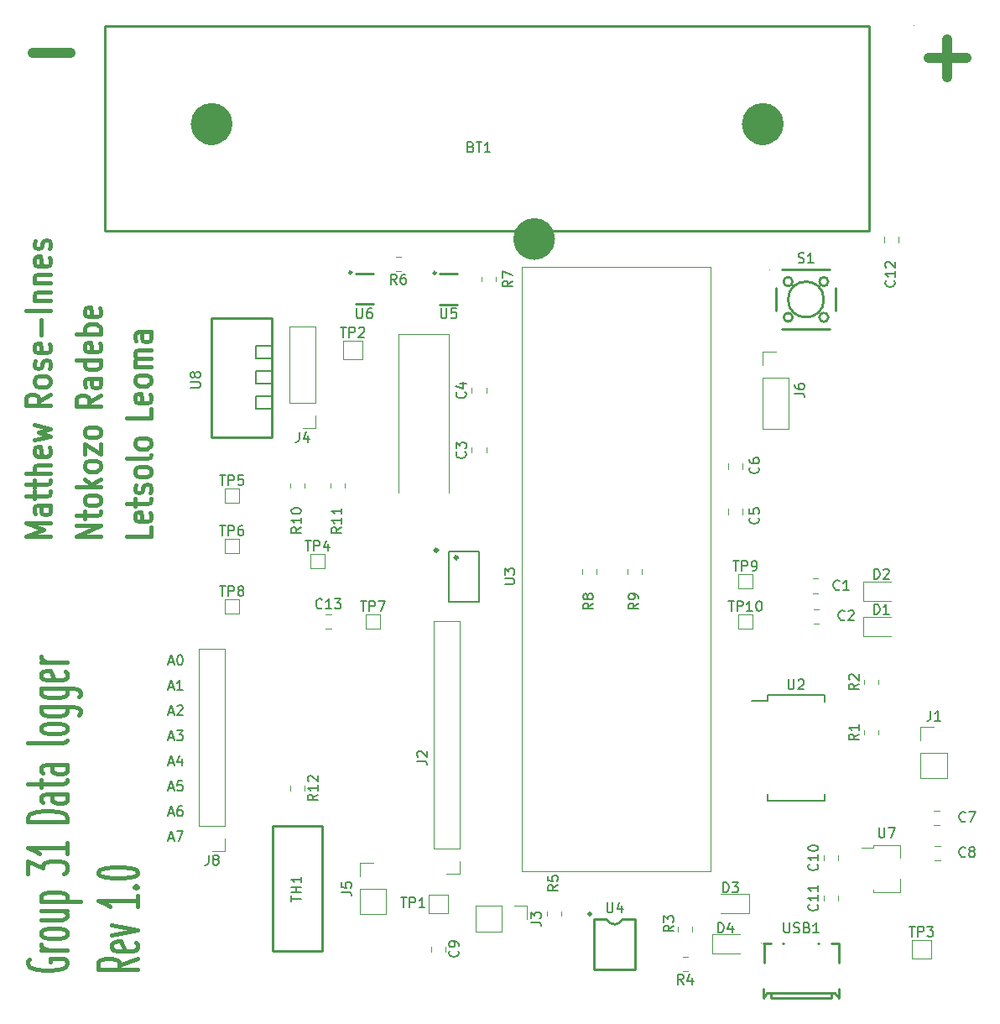
<source format=gbr>
%TF.GenerationSoftware,KiCad,Pcbnew,(7.0.0)*%
%TF.CreationDate,2023-04-13T19:44:05+02:00*%
%TF.ProjectId,EEE3088_design_project,45454533-3038-4385-9f64-657369676e5f,1.0*%
%TF.SameCoordinates,Original*%
%TF.FileFunction,Legend,Top*%
%TF.FilePolarity,Positive*%
%FSLAX46Y46*%
G04 Gerber Fmt 4.6, Leading zero omitted, Abs format (unit mm)*
G04 Created by KiCad (PCBNEW (7.0.0)) date 2023-04-13 19:44:05*
%MOMM*%
%LPD*%
G01*
G04 APERTURE LIST*
%ADD10C,2.107000*%
%ADD11C,0.400000*%
%ADD12C,0.150000*%
%ADD13C,1.000000*%
%ADD14C,0.120000*%
%ADD15C,0.254000*%
%ADD16C,0.203200*%
%ADD17C,0.059995*%
%ADD18C,0.152400*%
%ADD19C,0.300000*%
G04 APERTURE END LIST*
D10*
X139737500Y-79756000D02*
G75*
G03*
X139737500Y-79756000I-1053500J0D01*
G01*
X162813373Y-68148203D02*
G75*
G03*
X162813373Y-68148203I-1053500J0D01*
G01*
X107187261Y-68148203D02*
G75*
G03*
X107187261Y-68148203I-1053500J0D01*
G01*
D11*
X100039952Y-108807428D02*
X100039952Y-109759809D01*
X100039952Y-109759809D02*
X97539952Y-109759809D01*
X99920904Y-107378856D02*
X100039952Y-107569332D01*
X100039952Y-107569332D02*
X100039952Y-107950285D01*
X100039952Y-107950285D02*
X99920904Y-108140761D01*
X99920904Y-108140761D02*
X99682809Y-108235999D01*
X99682809Y-108235999D02*
X98730428Y-108235999D01*
X98730428Y-108235999D02*
X98492333Y-108140761D01*
X98492333Y-108140761D02*
X98373285Y-107950285D01*
X98373285Y-107950285D02*
X98373285Y-107569332D01*
X98373285Y-107569332D02*
X98492333Y-107378856D01*
X98492333Y-107378856D02*
X98730428Y-107283618D01*
X98730428Y-107283618D02*
X98968523Y-107283618D01*
X98968523Y-107283618D02*
X99206619Y-108235999D01*
X98373285Y-106712189D02*
X98373285Y-105950285D01*
X97539952Y-106426475D02*
X99682809Y-106426475D01*
X99682809Y-106426475D02*
X99920904Y-106331237D01*
X99920904Y-106331237D02*
X100039952Y-106140761D01*
X100039952Y-106140761D02*
X100039952Y-105950285D01*
X99920904Y-105378856D02*
X100039952Y-105188380D01*
X100039952Y-105188380D02*
X100039952Y-104807428D01*
X100039952Y-104807428D02*
X99920904Y-104616951D01*
X99920904Y-104616951D02*
X99682809Y-104521713D01*
X99682809Y-104521713D02*
X99563761Y-104521713D01*
X99563761Y-104521713D02*
X99325666Y-104616951D01*
X99325666Y-104616951D02*
X99206619Y-104807428D01*
X99206619Y-104807428D02*
X99206619Y-105093142D01*
X99206619Y-105093142D02*
X99087571Y-105283618D01*
X99087571Y-105283618D02*
X98849476Y-105378856D01*
X98849476Y-105378856D02*
X98730428Y-105378856D01*
X98730428Y-105378856D02*
X98492333Y-105283618D01*
X98492333Y-105283618D02*
X98373285Y-105093142D01*
X98373285Y-105093142D02*
X98373285Y-104807428D01*
X98373285Y-104807428D02*
X98492333Y-104616951D01*
X100039952Y-103378856D02*
X99920904Y-103569332D01*
X99920904Y-103569332D02*
X99801857Y-103664570D01*
X99801857Y-103664570D02*
X99563761Y-103759808D01*
X99563761Y-103759808D02*
X98849476Y-103759808D01*
X98849476Y-103759808D02*
X98611380Y-103664570D01*
X98611380Y-103664570D02*
X98492333Y-103569332D01*
X98492333Y-103569332D02*
X98373285Y-103378856D01*
X98373285Y-103378856D02*
X98373285Y-103093141D01*
X98373285Y-103093141D02*
X98492333Y-102902665D01*
X98492333Y-102902665D02*
X98611380Y-102807427D01*
X98611380Y-102807427D02*
X98849476Y-102712189D01*
X98849476Y-102712189D02*
X99563761Y-102712189D01*
X99563761Y-102712189D02*
X99801857Y-102807427D01*
X99801857Y-102807427D02*
X99920904Y-102902665D01*
X99920904Y-102902665D02*
X100039952Y-103093141D01*
X100039952Y-103093141D02*
X100039952Y-103378856D01*
X100039952Y-101569332D02*
X99920904Y-101759808D01*
X99920904Y-101759808D02*
X99682809Y-101855046D01*
X99682809Y-101855046D02*
X97539952Y-101855046D01*
X100039952Y-100521713D02*
X99920904Y-100712189D01*
X99920904Y-100712189D02*
X99801857Y-100807427D01*
X99801857Y-100807427D02*
X99563761Y-100902665D01*
X99563761Y-100902665D02*
X98849476Y-100902665D01*
X98849476Y-100902665D02*
X98611380Y-100807427D01*
X98611380Y-100807427D02*
X98492333Y-100712189D01*
X98492333Y-100712189D02*
X98373285Y-100521713D01*
X98373285Y-100521713D02*
X98373285Y-100235998D01*
X98373285Y-100235998D02*
X98492333Y-100045522D01*
X98492333Y-100045522D02*
X98611380Y-99950284D01*
X98611380Y-99950284D02*
X98849476Y-99855046D01*
X98849476Y-99855046D02*
X99563761Y-99855046D01*
X99563761Y-99855046D02*
X99801857Y-99950284D01*
X99801857Y-99950284D02*
X99920904Y-100045522D01*
X99920904Y-100045522D02*
X100039952Y-100235998D01*
X100039952Y-100235998D02*
X100039952Y-100521713D01*
X100039952Y-96845522D02*
X100039952Y-97797903D01*
X100039952Y-97797903D02*
X97539952Y-97797903D01*
X99920904Y-95416950D02*
X100039952Y-95607426D01*
X100039952Y-95607426D02*
X100039952Y-95988379D01*
X100039952Y-95988379D02*
X99920904Y-96178855D01*
X99920904Y-96178855D02*
X99682809Y-96274093D01*
X99682809Y-96274093D02*
X98730428Y-96274093D01*
X98730428Y-96274093D02*
X98492333Y-96178855D01*
X98492333Y-96178855D02*
X98373285Y-95988379D01*
X98373285Y-95988379D02*
X98373285Y-95607426D01*
X98373285Y-95607426D02*
X98492333Y-95416950D01*
X98492333Y-95416950D02*
X98730428Y-95321712D01*
X98730428Y-95321712D02*
X98968523Y-95321712D01*
X98968523Y-95321712D02*
X99206619Y-96274093D01*
X100039952Y-94178855D02*
X99920904Y-94369331D01*
X99920904Y-94369331D02*
X99801857Y-94464569D01*
X99801857Y-94464569D02*
X99563761Y-94559807D01*
X99563761Y-94559807D02*
X98849476Y-94559807D01*
X98849476Y-94559807D02*
X98611380Y-94464569D01*
X98611380Y-94464569D02*
X98492333Y-94369331D01*
X98492333Y-94369331D02*
X98373285Y-94178855D01*
X98373285Y-94178855D02*
X98373285Y-93893140D01*
X98373285Y-93893140D02*
X98492333Y-93702664D01*
X98492333Y-93702664D02*
X98611380Y-93607426D01*
X98611380Y-93607426D02*
X98849476Y-93512188D01*
X98849476Y-93512188D02*
X99563761Y-93512188D01*
X99563761Y-93512188D02*
X99801857Y-93607426D01*
X99801857Y-93607426D02*
X99920904Y-93702664D01*
X99920904Y-93702664D02*
X100039952Y-93893140D01*
X100039952Y-93893140D02*
X100039952Y-94178855D01*
X100039952Y-92655045D02*
X98373285Y-92655045D01*
X98611380Y-92655045D02*
X98492333Y-92559807D01*
X98492333Y-92559807D02*
X98373285Y-92369331D01*
X98373285Y-92369331D02*
X98373285Y-92083616D01*
X98373285Y-92083616D02*
X98492333Y-91893140D01*
X98492333Y-91893140D02*
X98730428Y-91797902D01*
X98730428Y-91797902D02*
X100039952Y-91797902D01*
X98730428Y-91797902D02*
X98492333Y-91702664D01*
X98492333Y-91702664D02*
X98373285Y-91512188D01*
X98373285Y-91512188D02*
X98373285Y-91226474D01*
X98373285Y-91226474D02*
X98492333Y-91035997D01*
X98492333Y-91035997D02*
X98730428Y-90940759D01*
X98730428Y-90940759D02*
X100039952Y-90940759D01*
X100039952Y-89131235D02*
X98730428Y-89131235D01*
X98730428Y-89131235D02*
X98492333Y-89226473D01*
X98492333Y-89226473D02*
X98373285Y-89416949D01*
X98373285Y-89416949D02*
X98373285Y-89797902D01*
X98373285Y-89797902D02*
X98492333Y-89988378D01*
X99920904Y-89131235D02*
X100039952Y-89321711D01*
X100039952Y-89321711D02*
X100039952Y-89797902D01*
X100039952Y-89797902D02*
X99920904Y-89988378D01*
X99920904Y-89988378D02*
X99682809Y-90083616D01*
X99682809Y-90083616D02*
X99444714Y-90083616D01*
X99444714Y-90083616D02*
X99206619Y-89988378D01*
X99206619Y-89988378D02*
X99087571Y-89797902D01*
X99087571Y-89797902D02*
X99087571Y-89321711D01*
X99087571Y-89321711D02*
X98968523Y-89131235D01*
D12*
X101790476Y-122432666D02*
X102266666Y-122432666D01*
X101695238Y-122718380D02*
X102028571Y-121718380D01*
X102028571Y-121718380D02*
X102361904Y-122718380D01*
X102885714Y-121718380D02*
X102980952Y-121718380D01*
X102980952Y-121718380D02*
X103076190Y-121766000D01*
X103076190Y-121766000D02*
X103123809Y-121813619D01*
X103123809Y-121813619D02*
X103171428Y-121908857D01*
X103171428Y-121908857D02*
X103219047Y-122099333D01*
X103219047Y-122099333D02*
X103219047Y-122337428D01*
X103219047Y-122337428D02*
X103171428Y-122527904D01*
X103171428Y-122527904D02*
X103123809Y-122623142D01*
X103123809Y-122623142D02*
X103076190Y-122670761D01*
X103076190Y-122670761D02*
X102980952Y-122718380D01*
X102980952Y-122718380D02*
X102885714Y-122718380D01*
X102885714Y-122718380D02*
X102790476Y-122670761D01*
X102790476Y-122670761D02*
X102742857Y-122623142D01*
X102742857Y-122623142D02*
X102695238Y-122527904D01*
X102695238Y-122527904D02*
X102647619Y-122337428D01*
X102647619Y-122337428D02*
X102647619Y-122099333D01*
X102647619Y-122099333D02*
X102695238Y-121908857D01*
X102695238Y-121908857D02*
X102742857Y-121813619D01*
X102742857Y-121813619D02*
X102790476Y-121766000D01*
X102790476Y-121766000D02*
X102885714Y-121718380D01*
X101790476Y-135132666D02*
X102266666Y-135132666D01*
X101695238Y-135418380D02*
X102028571Y-134418380D01*
X102028571Y-134418380D02*
X102361904Y-135418380D01*
X103171428Y-134418380D02*
X102695238Y-134418380D01*
X102695238Y-134418380D02*
X102647619Y-134894571D01*
X102647619Y-134894571D02*
X102695238Y-134846952D01*
X102695238Y-134846952D02*
X102790476Y-134799333D01*
X102790476Y-134799333D02*
X103028571Y-134799333D01*
X103028571Y-134799333D02*
X103123809Y-134846952D01*
X103123809Y-134846952D02*
X103171428Y-134894571D01*
X103171428Y-134894571D02*
X103219047Y-134989809D01*
X103219047Y-134989809D02*
X103219047Y-135227904D01*
X103219047Y-135227904D02*
X103171428Y-135323142D01*
X103171428Y-135323142D02*
X103123809Y-135370761D01*
X103123809Y-135370761D02*
X103028571Y-135418380D01*
X103028571Y-135418380D02*
X102790476Y-135418380D01*
X102790476Y-135418380D02*
X102695238Y-135370761D01*
X102695238Y-135370761D02*
X102647619Y-135323142D01*
X101790476Y-140212666D02*
X102266666Y-140212666D01*
X101695238Y-140498380D02*
X102028571Y-139498380D01*
X102028571Y-139498380D02*
X102361904Y-140498380D01*
X102600000Y-139498380D02*
X103266666Y-139498380D01*
X103266666Y-139498380D02*
X102838095Y-140498380D01*
D13*
X178482476Y-61523142D02*
X182292000Y-61523142D01*
X180387238Y-63427904D02*
X180387238Y-59618380D01*
X88058476Y-61015142D02*
X91868000Y-61015142D01*
D12*
X101790476Y-130052666D02*
X102266666Y-130052666D01*
X101695238Y-130338380D02*
X102028571Y-129338380D01*
X102028571Y-129338380D02*
X102361904Y-130338380D01*
X102600000Y-129338380D02*
X103219047Y-129338380D01*
X103219047Y-129338380D02*
X102885714Y-129719333D01*
X102885714Y-129719333D02*
X103028571Y-129719333D01*
X103028571Y-129719333D02*
X103123809Y-129766952D01*
X103123809Y-129766952D02*
X103171428Y-129814571D01*
X103171428Y-129814571D02*
X103219047Y-129909809D01*
X103219047Y-129909809D02*
X103219047Y-130147904D01*
X103219047Y-130147904D02*
X103171428Y-130243142D01*
X103171428Y-130243142D02*
X103123809Y-130290761D01*
X103123809Y-130290761D02*
X103028571Y-130338380D01*
X103028571Y-130338380D02*
X102742857Y-130338380D01*
X102742857Y-130338380D02*
X102647619Y-130290761D01*
X102647619Y-130290761D02*
X102600000Y-130243142D01*
X101790476Y-137672666D02*
X102266666Y-137672666D01*
X101695238Y-137958380D02*
X102028571Y-136958380D01*
X102028571Y-136958380D02*
X102361904Y-137958380D01*
X103123809Y-136958380D02*
X102933333Y-136958380D01*
X102933333Y-136958380D02*
X102838095Y-137006000D01*
X102838095Y-137006000D02*
X102790476Y-137053619D01*
X102790476Y-137053619D02*
X102695238Y-137196476D01*
X102695238Y-137196476D02*
X102647619Y-137386952D01*
X102647619Y-137386952D02*
X102647619Y-137767904D01*
X102647619Y-137767904D02*
X102695238Y-137863142D01*
X102695238Y-137863142D02*
X102742857Y-137910761D01*
X102742857Y-137910761D02*
X102838095Y-137958380D01*
X102838095Y-137958380D02*
X103028571Y-137958380D01*
X103028571Y-137958380D02*
X103123809Y-137910761D01*
X103123809Y-137910761D02*
X103171428Y-137863142D01*
X103171428Y-137863142D02*
X103219047Y-137767904D01*
X103219047Y-137767904D02*
X103219047Y-137529809D01*
X103219047Y-137529809D02*
X103171428Y-137434571D01*
X103171428Y-137434571D02*
X103123809Y-137386952D01*
X103123809Y-137386952D02*
X103028571Y-137339333D01*
X103028571Y-137339333D02*
X102838095Y-137339333D01*
X102838095Y-137339333D02*
X102742857Y-137386952D01*
X102742857Y-137386952D02*
X102695238Y-137434571D01*
X102695238Y-137434571D02*
X102647619Y-137529809D01*
D11*
X94959952Y-109759809D02*
X92459952Y-109759809D01*
X92459952Y-109759809D02*
X94959952Y-108616952D01*
X94959952Y-108616952D02*
X92459952Y-108616952D01*
X93293285Y-107950285D02*
X93293285Y-107188381D01*
X92459952Y-107664571D02*
X94602809Y-107664571D01*
X94602809Y-107664571D02*
X94840904Y-107569333D01*
X94840904Y-107569333D02*
X94959952Y-107378857D01*
X94959952Y-107378857D02*
X94959952Y-107188381D01*
X94959952Y-106236000D02*
X94840904Y-106426476D01*
X94840904Y-106426476D02*
X94721857Y-106521714D01*
X94721857Y-106521714D02*
X94483761Y-106616952D01*
X94483761Y-106616952D02*
X93769476Y-106616952D01*
X93769476Y-106616952D02*
X93531380Y-106521714D01*
X93531380Y-106521714D02*
X93412333Y-106426476D01*
X93412333Y-106426476D02*
X93293285Y-106236000D01*
X93293285Y-106236000D02*
X93293285Y-105950285D01*
X93293285Y-105950285D02*
X93412333Y-105759809D01*
X93412333Y-105759809D02*
X93531380Y-105664571D01*
X93531380Y-105664571D02*
X93769476Y-105569333D01*
X93769476Y-105569333D02*
X94483761Y-105569333D01*
X94483761Y-105569333D02*
X94721857Y-105664571D01*
X94721857Y-105664571D02*
X94840904Y-105759809D01*
X94840904Y-105759809D02*
X94959952Y-105950285D01*
X94959952Y-105950285D02*
X94959952Y-106236000D01*
X94959952Y-104712190D02*
X92459952Y-104712190D01*
X94007571Y-104521714D02*
X94959952Y-103950285D01*
X93293285Y-103950285D02*
X94245666Y-104712190D01*
X94959952Y-102807428D02*
X94840904Y-102997904D01*
X94840904Y-102997904D02*
X94721857Y-103093142D01*
X94721857Y-103093142D02*
X94483761Y-103188380D01*
X94483761Y-103188380D02*
X93769476Y-103188380D01*
X93769476Y-103188380D02*
X93531380Y-103093142D01*
X93531380Y-103093142D02*
X93412333Y-102997904D01*
X93412333Y-102997904D02*
X93293285Y-102807428D01*
X93293285Y-102807428D02*
X93293285Y-102521713D01*
X93293285Y-102521713D02*
X93412333Y-102331237D01*
X93412333Y-102331237D02*
X93531380Y-102235999D01*
X93531380Y-102235999D02*
X93769476Y-102140761D01*
X93769476Y-102140761D02*
X94483761Y-102140761D01*
X94483761Y-102140761D02*
X94721857Y-102235999D01*
X94721857Y-102235999D02*
X94840904Y-102331237D01*
X94840904Y-102331237D02*
X94959952Y-102521713D01*
X94959952Y-102521713D02*
X94959952Y-102807428D01*
X93293285Y-101474094D02*
X93293285Y-100426475D01*
X93293285Y-100426475D02*
X94959952Y-101474094D01*
X94959952Y-101474094D02*
X94959952Y-100426475D01*
X94959952Y-99378856D02*
X94840904Y-99569332D01*
X94840904Y-99569332D02*
X94721857Y-99664570D01*
X94721857Y-99664570D02*
X94483761Y-99759808D01*
X94483761Y-99759808D02*
X93769476Y-99759808D01*
X93769476Y-99759808D02*
X93531380Y-99664570D01*
X93531380Y-99664570D02*
X93412333Y-99569332D01*
X93412333Y-99569332D02*
X93293285Y-99378856D01*
X93293285Y-99378856D02*
X93293285Y-99093141D01*
X93293285Y-99093141D02*
X93412333Y-98902665D01*
X93412333Y-98902665D02*
X93531380Y-98807427D01*
X93531380Y-98807427D02*
X93769476Y-98712189D01*
X93769476Y-98712189D02*
X94483761Y-98712189D01*
X94483761Y-98712189D02*
X94721857Y-98807427D01*
X94721857Y-98807427D02*
X94840904Y-98902665D01*
X94840904Y-98902665D02*
X94959952Y-99093141D01*
X94959952Y-99093141D02*
X94959952Y-99378856D01*
X94959952Y-95512189D02*
X93769476Y-96178856D01*
X94959952Y-96655046D02*
X92459952Y-96655046D01*
X92459952Y-96655046D02*
X92459952Y-95893141D01*
X92459952Y-95893141D02*
X92579000Y-95702665D01*
X92579000Y-95702665D02*
X92698047Y-95607427D01*
X92698047Y-95607427D02*
X92936142Y-95512189D01*
X92936142Y-95512189D02*
X93293285Y-95512189D01*
X93293285Y-95512189D02*
X93531380Y-95607427D01*
X93531380Y-95607427D02*
X93650428Y-95702665D01*
X93650428Y-95702665D02*
X93769476Y-95893141D01*
X93769476Y-95893141D02*
X93769476Y-96655046D01*
X94959952Y-93797903D02*
X93650428Y-93797903D01*
X93650428Y-93797903D02*
X93412333Y-93893141D01*
X93412333Y-93893141D02*
X93293285Y-94083617D01*
X93293285Y-94083617D02*
X93293285Y-94464570D01*
X93293285Y-94464570D02*
X93412333Y-94655046D01*
X94840904Y-93797903D02*
X94959952Y-93988379D01*
X94959952Y-93988379D02*
X94959952Y-94464570D01*
X94959952Y-94464570D02*
X94840904Y-94655046D01*
X94840904Y-94655046D02*
X94602809Y-94750284D01*
X94602809Y-94750284D02*
X94364714Y-94750284D01*
X94364714Y-94750284D02*
X94126619Y-94655046D01*
X94126619Y-94655046D02*
X94007571Y-94464570D01*
X94007571Y-94464570D02*
X94007571Y-93988379D01*
X94007571Y-93988379D02*
X93888523Y-93797903D01*
X94959952Y-91988379D02*
X92459952Y-91988379D01*
X94840904Y-91988379D02*
X94959952Y-92178855D01*
X94959952Y-92178855D02*
X94959952Y-92559808D01*
X94959952Y-92559808D02*
X94840904Y-92750284D01*
X94840904Y-92750284D02*
X94721857Y-92845522D01*
X94721857Y-92845522D02*
X94483761Y-92940760D01*
X94483761Y-92940760D02*
X93769476Y-92940760D01*
X93769476Y-92940760D02*
X93531380Y-92845522D01*
X93531380Y-92845522D02*
X93412333Y-92750284D01*
X93412333Y-92750284D02*
X93293285Y-92559808D01*
X93293285Y-92559808D02*
X93293285Y-92178855D01*
X93293285Y-92178855D02*
X93412333Y-91988379D01*
X94840904Y-90274093D02*
X94959952Y-90464569D01*
X94959952Y-90464569D02*
X94959952Y-90845522D01*
X94959952Y-90845522D02*
X94840904Y-91035998D01*
X94840904Y-91035998D02*
X94602809Y-91131236D01*
X94602809Y-91131236D02*
X93650428Y-91131236D01*
X93650428Y-91131236D02*
X93412333Y-91035998D01*
X93412333Y-91035998D02*
X93293285Y-90845522D01*
X93293285Y-90845522D02*
X93293285Y-90464569D01*
X93293285Y-90464569D02*
X93412333Y-90274093D01*
X93412333Y-90274093D02*
X93650428Y-90178855D01*
X93650428Y-90178855D02*
X93888523Y-90178855D01*
X93888523Y-90178855D02*
X94126619Y-91131236D01*
X94959952Y-89321712D02*
X92459952Y-89321712D01*
X93412333Y-89321712D02*
X93293285Y-89131236D01*
X93293285Y-89131236D02*
X93293285Y-88750283D01*
X93293285Y-88750283D02*
X93412333Y-88559807D01*
X93412333Y-88559807D02*
X93531380Y-88464569D01*
X93531380Y-88464569D02*
X93769476Y-88369331D01*
X93769476Y-88369331D02*
X94483761Y-88369331D01*
X94483761Y-88369331D02*
X94721857Y-88464569D01*
X94721857Y-88464569D02*
X94840904Y-88559807D01*
X94840904Y-88559807D02*
X94959952Y-88750283D01*
X94959952Y-88750283D02*
X94959952Y-89131236D01*
X94959952Y-89131236D02*
X94840904Y-89321712D01*
X94840904Y-86750283D02*
X94959952Y-86940759D01*
X94959952Y-86940759D02*
X94959952Y-87321712D01*
X94959952Y-87321712D02*
X94840904Y-87512188D01*
X94840904Y-87512188D02*
X94602809Y-87607426D01*
X94602809Y-87607426D02*
X93650428Y-87607426D01*
X93650428Y-87607426D02*
X93412333Y-87512188D01*
X93412333Y-87512188D02*
X93293285Y-87321712D01*
X93293285Y-87321712D02*
X93293285Y-86940759D01*
X93293285Y-86940759D02*
X93412333Y-86750283D01*
X93412333Y-86750283D02*
X93650428Y-86655045D01*
X93650428Y-86655045D02*
X93888523Y-86655045D01*
X93888523Y-86655045D02*
X94126619Y-87607426D01*
D12*
X101790476Y-127512666D02*
X102266666Y-127512666D01*
X101695238Y-127798380D02*
X102028571Y-126798380D01*
X102028571Y-126798380D02*
X102361904Y-127798380D01*
X102647619Y-126893619D02*
X102695238Y-126846000D01*
X102695238Y-126846000D02*
X102790476Y-126798380D01*
X102790476Y-126798380D02*
X103028571Y-126798380D01*
X103028571Y-126798380D02*
X103123809Y-126846000D01*
X103123809Y-126846000D02*
X103171428Y-126893619D01*
X103171428Y-126893619D02*
X103219047Y-126988857D01*
X103219047Y-126988857D02*
X103219047Y-127084095D01*
X103219047Y-127084095D02*
X103171428Y-127226952D01*
X103171428Y-127226952D02*
X102600000Y-127798380D01*
X102600000Y-127798380D02*
X103219047Y-127798380D01*
D11*
X98697523Y-152304952D02*
X96792761Y-152971619D01*
X98697523Y-153447809D02*
X94697523Y-153447809D01*
X94697523Y-153447809D02*
X94697523Y-152685904D01*
X94697523Y-152685904D02*
X94888000Y-152495428D01*
X94888000Y-152495428D02*
X95078476Y-152400190D01*
X95078476Y-152400190D02*
X95459428Y-152304952D01*
X95459428Y-152304952D02*
X96030857Y-152304952D01*
X96030857Y-152304952D02*
X96411809Y-152400190D01*
X96411809Y-152400190D02*
X96602285Y-152495428D01*
X96602285Y-152495428D02*
X96792761Y-152685904D01*
X96792761Y-152685904D02*
X96792761Y-153447809D01*
X98507047Y-150685904D02*
X98697523Y-150876380D01*
X98697523Y-150876380D02*
X98697523Y-151257333D01*
X98697523Y-151257333D02*
X98507047Y-151447809D01*
X98507047Y-151447809D02*
X98126095Y-151543047D01*
X98126095Y-151543047D02*
X96602285Y-151543047D01*
X96602285Y-151543047D02*
X96221333Y-151447809D01*
X96221333Y-151447809D02*
X96030857Y-151257333D01*
X96030857Y-151257333D02*
X96030857Y-150876380D01*
X96030857Y-150876380D02*
X96221333Y-150685904D01*
X96221333Y-150685904D02*
X96602285Y-150590666D01*
X96602285Y-150590666D02*
X96983238Y-150590666D01*
X96983238Y-150590666D02*
X97364190Y-151543047D01*
X96030857Y-149923999D02*
X98697523Y-149447809D01*
X98697523Y-149447809D02*
X96030857Y-148971618D01*
X98697523Y-145962094D02*
X98697523Y-147104951D01*
X98697523Y-146533523D02*
X94697523Y-146533523D01*
X94697523Y-146533523D02*
X95268952Y-146723999D01*
X95268952Y-146723999D02*
X95649904Y-146914475D01*
X95649904Y-146914475D02*
X95840380Y-147104951D01*
X98316571Y-145104951D02*
X98507047Y-145009713D01*
X98507047Y-145009713D02*
X98697523Y-145104951D01*
X98697523Y-145104951D02*
X98507047Y-145200189D01*
X98507047Y-145200189D02*
X98316571Y-145104951D01*
X98316571Y-145104951D02*
X98697523Y-145104951D01*
X94697523Y-143771618D02*
X94697523Y-143581141D01*
X94697523Y-143581141D02*
X94888000Y-143390665D01*
X94888000Y-143390665D02*
X95078476Y-143295427D01*
X95078476Y-143295427D02*
X95459428Y-143200189D01*
X95459428Y-143200189D02*
X96221333Y-143104951D01*
X96221333Y-143104951D02*
X97173714Y-143104951D01*
X97173714Y-143104951D02*
X97935619Y-143200189D01*
X97935619Y-143200189D02*
X98316571Y-143295427D01*
X98316571Y-143295427D02*
X98507047Y-143390665D01*
X98507047Y-143390665D02*
X98697523Y-143581141D01*
X98697523Y-143581141D02*
X98697523Y-143771618D01*
X98697523Y-143771618D02*
X98507047Y-143962094D01*
X98507047Y-143962094D02*
X98316571Y-144057332D01*
X98316571Y-144057332D02*
X97935619Y-144152570D01*
X97935619Y-144152570D02*
X97173714Y-144247808D01*
X97173714Y-144247808D02*
X96221333Y-144247808D01*
X96221333Y-144247808D02*
X95459428Y-144152570D01*
X95459428Y-144152570D02*
X95078476Y-144057332D01*
X95078476Y-144057332D02*
X94888000Y-143962094D01*
X94888000Y-143962094D02*
X94697523Y-143771618D01*
X89879952Y-109759809D02*
X87379952Y-109759809D01*
X87379952Y-109759809D02*
X89165666Y-109093142D01*
X89165666Y-109093142D02*
X87379952Y-108426476D01*
X87379952Y-108426476D02*
X89879952Y-108426476D01*
X89879952Y-106616952D02*
X88570428Y-106616952D01*
X88570428Y-106616952D02*
X88332333Y-106712190D01*
X88332333Y-106712190D02*
X88213285Y-106902666D01*
X88213285Y-106902666D02*
X88213285Y-107283619D01*
X88213285Y-107283619D02*
X88332333Y-107474095D01*
X89760904Y-106616952D02*
X89879952Y-106807428D01*
X89879952Y-106807428D02*
X89879952Y-107283619D01*
X89879952Y-107283619D02*
X89760904Y-107474095D01*
X89760904Y-107474095D02*
X89522809Y-107569333D01*
X89522809Y-107569333D02*
X89284714Y-107569333D01*
X89284714Y-107569333D02*
X89046619Y-107474095D01*
X89046619Y-107474095D02*
X88927571Y-107283619D01*
X88927571Y-107283619D02*
X88927571Y-106807428D01*
X88927571Y-106807428D02*
X88808523Y-106616952D01*
X88213285Y-105950285D02*
X88213285Y-105188381D01*
X87379952Y-105664571D02*
X89522809Y-105664571D01*
X89522809Y-105664571D02*
X89760904Y-105569333D01*
X89760904Y-105569333D02*
X89879952Y-105378857D01*
X89879952Y-105378857D02*
X89879952Y-105188381D01*
X88213285Y-104807428D02*
X88213285Y-104045524D01*
X87379952Y-104521714D02*
X89522809Y-104521714D01*
X89522809Y-104521714D02*
X89760904Y-104426476D01*
X89760904Y-104426476D02*
X89879952Y-104236000D01*
X89879952Y-104236000D02*
X89879952Y-104045524D01*
X89879952Y-103378857D02*
X87379952Y-103378857D01*
X89879952Y-102521714D02*
X88570428Y-102521714D01*
X88570428Y-102521714D02*
X88332333Y-102616952D01*
X88332333Y-102616952D02*
X88213285Y-102807428D01*
X88213285Y-102807428D02*
X88213285Y-103093143D01*
X88213285Y-103093143D02*
X88332333Y-103283619D01*
X88332333Y-103283619D02*
X88451380Y-103378857D01*
X89760904Y-100807428D02*
X89879952Y-100997904D01*
X89879952Y-100997904D02*
X89879952Y-101378857D01*
X89879952Y-101378857D02*
X89760904Y-101569333D01*
X89760904Y-101569333D02*
X89522809Y-101664571D01*
X89522809Y-101664571D02*
X88570428Y-101664571D01*
X88570428Y-101664571D02*
X88332333Y-101569333D01*
X88332333Y-101569333D02*
X88213285Y-101378857D01*
X88213285Y-101378857D02*
X88213285Y-100997904D01*
X88213285Y-100997904D02*
X88332333Y-100807428D01*
X88332333Y-100807428D02*
X88570428Y-100712190D01*
X88570428Y-100712190D02*
X88808523Y-100712190D01*
X88808523Y-100712190D02*
X89046619Y-101664571D01*
X88213285Y-100045523D02*
X89879952Y-99664571D01*
X89879952Y-99664571D02*
X88689476Y-99283618D01*
X88689476Y-99283618D02*
X89879952Y-98902666D01*
X89879952Y-98902666D02*
X88213285Y-98521714D01*
X89879952Y-95416952D02*
X88689476Y-96083619D01*
X89879952Y-96559809D02*
X87379952Y-96559809D01*
X87379952Y-96559809D02*
X87379952Y-95797904D01*
X87379952Y-95797904D02*
X87499000Y-95607428D01*
X87499000Y-95607428D02*
X87618047Y-95512190D01*
X87618047Y-95512190D02*
X87856142Y-95416952D01*
X87856142Y-95416952D02*
X88213285Y-95416952D01*
X88213285Y-95416952D02*
X88451380Y-95512190D01*
X88451380Y-95512190D02*
X88570428Y-95607428D01*
X88570428Y-95607428D02*
X88689476Y-95797904D01*
X88689476Y-95797904D02*
X88689476Y-96559809D01*
X89879952Y-94274095D02*
X89760904Y-94464571D01*
X89760904Y-94464571D02*
X89641857Y-94559809D01*
X89641857Y-94559809D02*
X89403761Y-94655047D01*
X89403761Y-94655047D02*
X88689476Y-94655047D01*
X88689476Y-94655047D02*
X88451380Y-94559809D01*
X88451380Y-94559809D02*
X88332333Y-94464571D01*
X88332333Y-94464571D02*
X88213285Y-94274095D01*
X88213285Y-94274095D02*
X88213285Y-93988380D01*
X88213285Y-93988380D02*
X88332333Y-93797904D01*
X88332333Y-93797904D02*
X88451380Y-93702666D01*
X88451380Y-93702666D02*
X88689476Y-93607428D01*
X88689476Y-93607428D02*
X89403761Y-93607428D01*
X89403761Y-93607428D02*
X89641857Y-93702666D01*
X89641857Y-93702666D02*
X89760904Y-93797904D01*
X89760904Y-93797904D02*
X89879952Y-93988380D01*
X89879952Y-93988380D02*
X89879952Y-94274095D01*
X89760904Y-92845523D02*
X89879952Y-92655047D01*
X89879952Y-92655047D02*
X89879952Y-92274095D01*
X89879952Y-92274095D02*
X89760904Y-92083618D01*
X89760904Y-92083618D02*
X89522809Y-91988380D01*
X89522809Y-91988380D02*
X89403761Y-91988380D01*
X89403761Y-91988380D02*
X89165666Y-92083618D01*
X89165666Y-92083618D02*
X89046619Y-92274095D01*
X89046619Y-92274095D02*
X89046619Y-92559809D01*
X89046619Y-92559809D02*
X88927571Y-92750285D01*
X88927571Y-92750285D02*
X88689476Y-92845523D01*
X88689476Y-92845523D02*
X88570428Y-92845523D01*
X88570428Y-92845523D02*
X88332333Y-92750285D01*
X88332333Y-92750285D02*
X88213285Y-92559809D01*
X88213285Y-92559809D02*
X88213285Y-92274095D01*
X88213285Y-92274095D02*
X88332333Y-92083618D01*
X89760904Y-90369332D02*
X89879952Y-90559808D01*
X89879952Y-90559808D02*
X89879952Y-90940761D01*
X89879952Y-90940761D02*
X89760904Y-91131237D01*
X89760904Y-91131237D02*
X89522809Y-91226475D01*
X89522809Y-91226475D02*
X88570428Y-91226475D01*
X88570428Y-91226475D02*
X88332333Y-91131237D01*
X88332333Y-91131237D02*
X88213285Y-90940761D01*
X88213285Y-90940761D02*
X88213285Y-90559808D01*
X88213285Y-90559808D02*
X88332333Y-90369332D01*
X88332333Y-90369332D02*
X88570428Y-90274094D01*
X88570428Y-90274094D02*
X88808523Y-90274094D01*
X88808523Y-90274094D02*
X89046619Y-91226475D01*
X88927571Y-89416951D02*
X88927571Y-87893142D01*
X89879952Y-86940761D02*
X87379952Y-86940761D01*
X88213285Y-85988380D02*
X89879952Y-85988380D01*
X88451380Y-85988380D02*
X88332333Y-85893142D01*
X88332333Y-85893142D02*
X88213285Y-85702666D01*
X88213285Y-85702666D02*
X88213285Y-85416951D01*
X88213285Y-85416951D02*
X88332333Y-85226475D01*
X88332333Y-85226475D02*
X88570428Y-85131237D01*
X88570428Y-85131237D02*
X89879952Y-85131237D01*
X88213285Y-84178856D02*
X89879952Y-84178856D01*
X88451380Y-84178856D02*
X88332333Y-84083618D01*
X88332333Y-84083618D02*
X88213285Y-83893142D01*
X88213285Y-83893142D02*
X88213285Y-83607427D01*
X88213285Y-83607427D02*
X88332333Y-83416951D01*
X88332333Y-83416951D02*
X88570428Y-83321713D01*
X88570428Y-83321713D02*
X89879952Y-83321713D01*
X89760904Y-81607427D02*
X89879952Y-81797903D01*
X89879952Y-81797903D02*
X89879952Y-82178856D01*
X89879952Y-82178856D02*
X89760904Y-82369332D01*
X89760904Y-82369332D02*
X89522809Y-82464570D01*
X89522809Y-82464570D02*
X88570428Y-82464570D01*
X88570428Y-82464570D02*
X88332333Y-82369332D01*
X88332333Y-82369332D02*
X88213285Y-82178856D01*
X88213285Y-82178856D02*
X88213285Y-81797903D01*
X88213285Y-81797903D02*
X88332333Y-81607427D01*
X88332333Y-81607427D02*
X88570428Y-81512189D01*
X88570428Y-81512189D02*
X88808523Y-81512189D01*
X88808523Y-81512189D02*
X89046619Y-82464570D01*
X89760904Y-80750284D02*
X89879952Y-80559808D01*
X89879952Y-80559808D02*
X89879952Y-80178856D01*
X89879952Y-80178856D02*
X89760904Y-79988379D01*
X89760904Y-79988379D02*
X89522809Y-79893141D01*
X89522809Y-79893141D02*
X89403761Y-79893141D01*
X89403761Y-79893141D02*
X89165666Y-79988379D01*
X89165666Y-79988379D02*
X89046619Y-80178856D01*
X89046619Y-80178856D02*
X89046619Y-80464570D01*
X89046619Y-80464570D02*
X88927571Y-80655046D01*
X88927571Y-80655046D02*
X88689476Y-80750284D01*
X88689476Y-80750284D02*
X88570428Y-80750284D01*
X88570428Y-80750284D02*
X88332333Y-80655046D01*
X88332333Y-80655046D02*
X88213285Y-80464570D01*
X88213285Y-80464570D02*
X88213285Y-80178856D01*
X88213285Y-80178856D02*
X88332333Y-79988379D01*
D12*
X101790476Y-132592666D02*
X102266666Y-132592666D01*
X101695238Y-132878380D02*
X102028571Y-131878380D01*
X102028571Y-131878380D02*
X102361904Y-132878380D01*
X103123809Y-132211714D02*
X103123809Y-132878380D01*
X102885714Y-131830761D02*
X102647619Y-132545047D01*
X102647619Y-132545047D02*
X103266666Y-132545047D01*
X101790476Y-124972666D02*
X102266666Y-124972666D01*
X101695238Y-125258380D02*
X102028571Y-124258380D01*
X102028571Y-124258380D02*
X102361904Y-125258380D01*
X103219047Y-125258380D02*
X102647619Y-125258380D01*
X102933333Y-125258380D02*
X102933333Y-124258380D01*
X102933333Y-124258380D02*
X102838095Y-124401238D01*
X102838095Y-124401238D02*
X102742857Y-124496476D01*
X102742857Y-124496476D02*
X102647619Y-124544095D01*
D11*
X87776000Y-152400190D02*
X87585523Y-152590666D01*
X87585523Y-152590666D02*
X87585523Y-152876380D01*
X87585523Y-152876380D02*
X87776000Y-153162095D01*
X87776000Y-153162095D02*
X88156952Y-153352571D01*
X88156952Y-153352571D02*
X88537904Y-153447809D01*
X88537904Y-153447809D02*
X89299809Y-153543047D01*
X89299809Y-153543047D02*
X89871238Y-153543047D01*
X89871238Y-153543047D02*
X90633142Y-153447809D01*
X90633142Y-153447809D02*
X91014095Y-153352571D01*
X91014095Y-153352571D02*
X91395047Y-153162095D01*
X91395047Y-153162095D02*
X91585523Y-152876380D01*
X91585523Y-152876380D02*
X91585523Y-152685904D01*
X91585523Y-152685904D02*
X91395047Y-152400190D01*
X91395047Y-152400190D02*
X91204571Y-152304952D01*
X91204571Y-152304952D02*
X89871238Y-152304952D01*
X89871238Y-152304952D02*
X89871238Y-152685904D01*
X91585523Y-151447809D02*
X88918857Y-151447809D01*
X89680761Y-151447809D02*
X89299809Y-151352571D01*
X89299809Y-151352571D02*
X89109333Y-151257333D01*
X89109333Y-151257333D02*
X88918857Y-151066857D01*
X88918857Y-151066857D02*
X88918857Y-150876380D01*
X91585523Y-149924000D02*
X91395047Y-150114476D01*
X91395047Y-150114476D02*
X91204571Y-150209714D01*
X91204571Y-150209714D02*
X90823619Y-150304952D01*
X90823619Y-150304952D02*
X89680761Y-150304952D01*
X89680761Y-150304952D02*
X89299809Y-150209714D01*
X89299809Y-150209714D02*
X89109333Y-150114476D01*
X89109333Y-150114476D02*
X88918857Y-149924000D01*
X88918857Y-149924000D02*
X88918857Y-149638285D01*
X88918857Y-149638285D02*
X89109333Y-149447809D01*
X89109333Y-149447809D02*
X89299809Y-149352571D01*
X89299809Y-149352571D02*
X89680761Y-149257333D01*
X89680761Y-149257333D02*
X90823619Y-149257333D01*
X90823619Y-149257333D02*
X91204571Y-149352571D01*
X91204571Y-149352571D02*
X91395047Y-149447809D01*
X91395047Y-149447809D02*
X91585523Y-149638285D01*
X91585523Y-149638285D02*
X91585523Y-149924000D01*
X88918857Y-147543047D02*
X91585523Y-147543047D01*
X88918857Y-148400190D02*
X91014095Y-148400190D01*
X91014095Y-148400190D02*
X91395047Y-148304952D01*
X91395047Y-148304952D02*
X91585523Y-148114476D01*
X91585523Y-148114476D02*
X91585523Y-147828761D01*
X91585523Y-147828761D02*
X91395047Y-147638285D01*
X91395047Y-147638285D02*
X91204571Y-147543047D01*
X88918857Y-146590666D02*
X92918857Y-146590666D01*
X89109333Y-146590666D02*
X88918857Y-146400190D01*
X88918857Y-146400190D02*
X88918857Y-146019237D01*
X88918857Y-146019237D02*
X89109333Y-145828761D01*
X89109333Y-145828761D02*
X89299809Y-145733523D01*
X89299809Y-145733523D02*
X89680761Y-145638285D01*
X89680761Y-145638285D02*
X90823619Y-145638285D01*
X90823619Y-145638285D02*
X91204571Y-145733523D01*
X91204571Y-145733523D02*
X91395047Y-145828761D01*
X91395047Y-145828761D02*
X91585523Y-146019237D01*
X91585523Y-146019237D02*
X91585523Y-146400190D01*
X91585523Y-146400190D02*
X91395047Y-146590666D01*
X87585523Y-143771618D02*
X87585523Y-142533523D01*
X87585523Y-142533523D02*
X89109333Y-143200190D01*
X89109333Y-143200190D02*
X89109333Y-142914475D01*
X89109333Y-142914475D02*
X89299809Y-142723999D01*
X89299809Y-142723999D02*
X89490285Y-142628761D01*
X89490285Y-142628761D02*
X89871238Y-142533523D01*
X89871238Y-142533523D02*
X90823619Y-142533523D01*
X90823619Y-142533523D02*
X91204571Y-142628761D01*
X91204571Y-142628761D02*
X91395047Y-142723999D01*
X91395047Y-142723999D02*
X91585523Y-142914475D01*
X91585523Y-142914475D02*
X91585523Y-143485904D01*
X91585523Y-143485904D02*
X91395047Y-143676380D01*
X91395047Y-143676380D02*
X91204571Y-143771618D01*
X91585523Y-140628761D02*
X91585523Y-141771618D01*
X91585523Y-141200190D02*
X87585523Y-141200190D01*
X87585523Y-141200190D02*
X88156952Y-141390666D01*
X88156952Y-141390666D02*
X88537904Y-141581142D01*
X88537904Y-141581142D02*
X88728380Y-141771618D01*
X91585523Y-138571618D02*
X87585523Y-138571618D01*
X87585523Y-138571618D02*
X87585523Y-138095428D01*
X87585523Y-138095428D02*
X87776000Y-137809713D01*
X87776000Y-137809713D02*
X88156952Y-137619237D01*
X88156952Y-137619237D02*
X88537904Y-137523999D01*
X88537904Y-137523999D02*
X89299809Y-137428761D01*
X89299809Y-137428761D02*
X89871238Y-137428761D01*
X89871238Y-137428761D02*
X90633142Y-137523999D01*
X90633142Y-137523999D02*
X91014095Y-137619237D01*
X91014095Y-137619237D02*
X91395047Y-137809713D01*
X91395047Y-137809713D02*
X91585523Y-138095428D01*
X91585523Y-138095428D02*
X91585523Y-138571618D01*
X91585523Y-135714475D02*
X89490285Y-135714475D01*
X89490285Y-135714475D02*
X89109333Y-135809713D01*
X89109333Y-135809713D02*
X88918857Y-136000189D01*
X88918857Y-136000189D02*
X88918857Y-136381142D01*
X88918857Y-136381142D02*
X89109333Y-136571618D01*
X91395047Y-135714475D02*
X91585523Y-135904951D01*
X91585523Y-135904951D02*
X91585523Y-136381142D01*
X91585523Y-136381142D02*
X91395047Y-136571618D01*
X91395047Y-136571618D02*
X91014095Y-136666856D01*
X91014095Y-136666856D02*
X90633142Y-136666856D01*
X90633142Y-136666856D02*
X90252190Y-136571618D01*
X90252190Y-136571618D02*
X90061714Y-136381142D01*
X90061714Y-136381142D02*
X90061714Y-135904951D01*
X90061714Y-135904951D02*
X89871238Y-135714475D01*
X88918857Y-135047808D02*
X88918857Y-134285904D01*
X87585523Y-134762094D02*
X91014095Y-134762094D01*
X91014095Y-134762094D02*
X91395047Y-134666856D01*
X91395047Y-134666856D02*
X91585523Y-134476380D01*
X91585523Y-134476380D02*
X91585523Y-134285904D01*
X91585523Y-132762094D02*
X89490285Y-132762094D01*
X89490285Y-132762094D02*
X89109333Y-132857332D01*
X89109333Y-132857332D02*
X88918857Y-133047808D01*
X88918857Y-133047808D02*
X88918857Y-133428761D01*
X88918857Y-133428761D02*
X89109333Y-133619237D01*
X91395047Y-132762094D02*
X91585523Y-132952570D01*
X91585523Y-132952570D02*
X91585523Y-133428761D01*
X91585523Y-133428761D02*
X91395047Y-133619237D01*
X91395047Y-133619237D02*
X91014095Y-133714475D01*
X91014095Y-133714475D02*
X90633142Y-133714475D01*
X90633142Y-133714475D02*
X90252190Y-133619237D01*
X90252190Y-133619237D02*
X90061714Y-133428761D01*
X90061714Y-133428761D02*
X90061714Y-132952570D01*
X90061714Y-132952570D02*
X89871238Y-132762094D01*
X91585523Y-130323999D02*
X91395047Y-130514475D01*
X91395047Y-130514475D02*
X91014095Y-130609713D01*
X91014095Y-130609713D02*
X87585523Y-130609713D01*
X91585523Y-129276380D02*
X91395047Y-129466856D01*
X91395047Y-129466856D02*
X91204571Y-129562094D01*
X91204571Y-129562094D02*
X90823619Y-129657332D01*
X90823619Y-129657332D02*
X89680761Y-129657332D01*
X89680761Y-129657332D02*
X89299809Y-129562094D01*
X89299809Y-129562094D02*
X89109333Y-129466856D01*
X89109333Y-129466856D02*
X88918857Y-129276380D01*
X88918857Y-129276380D02*
X88918857Y-128990665D01*
X88918857Y-128990665D02*
X89109333Y-128800189D01*
X89109333Y-128800189D02*
X89299809Y-128704951D01*
X89299809Y-128704951D02*
X89680761Y-128609713D01*
X89680761Y-128609713D02*
X90823619Y-128609713D01*
X90823619Y-128609713D02*
X91204571Y-128704951D01*
X91204571Y-128704951D02*
X91395047Y-128800189D01*
X91395047Y-128800189D02*
X91585523Y-128990665D01*
X91585523Y-128990665D02*
X91585523Y-129276380D01*
X88918857Y-126895427D02*
X92156952Y-126895427D01*
X92156952Y-126895427D02*
X92537904Y-126990665D01*
X92537904Y-126990665D02*
X92728380Y-127085903D01*
X92728380Y-127085903D02*
X92918857Y-127276380D01*
X92918857Y-127276380D02*
X92918857Y-127562094D01*
X92918857Y-127562094D02*
X92728380Y-127752570D01*
X91395047Y-126895427D02*
X91585523Y-127085903D01*
X91585523Y-127085903D02*
X91585523Y-127466856D01*
X91585523Y-127466856D02*
X91395047Y-127657332D01*
X91395047Y-127657332D02*
X91204571Y-127752570D01*
X91204571Y-127752570D02*
X90823619Y-127847808D01*
X90823619Y-127847808D02*
X89680761Y-127847808D01*
X89680761Y-127847808D02*
X89299809Y-127752570D01*
X89299809Y-127752570D02*
X89109333Y-127657332D01*
X89109333Y-127657332D02*
X88918857Y-127466856D01*
X88918857Y-127466856D02*
X88918857Y-127085903D01*
X88918857Y-127085903D02*
X89109333Y-126895427D01*
X88918857Y-125085903D02*
X92156952Y-125085903D01*
X92156952Y-125085903D02*
X92537904Y-125181141D01*
X92537904Y-125181141D02*
X92728380Y-125276379D01*
X92728380Y-125276379D02*
X92918857Y-125466856D01*
X92918857Y-125466856D02*
X92918857Y-125752570D01*
X92918857Y-125752570D02*
X92728380Y-125943046D01*
X91395047Y-125085903D02*
X91585523Y-125276379D01*
X91585523Y-125276379D02*
X91585523Y-125657332D01*
X91585523Y-125657332D02*
X91395047Y-125847808D01*
X91395047Y-125847808D02*
X91204571Y-125943046D01*
X91204571Y-125943046D02*
X90823619Y-126038284D01*
X90823619Y-126038284D02*
X89680761Y-126038284D01*
X89680761Y-126038284D02*
X89299809Y-125943046D01*
X89299809Y-125943046D02*
X89109333Y-125847808D01*
X89109333Y-125847808D02*
X88918857Y-125657332D01*
X88918857Y-125657332D02*
X88918857Y-125276379D01*
X88918857Y-125276379D02*
X89109333Y-125085903D01*
X91395047Y-123371617D02*
X91585523Y-123562093D01*
X91585523Y-123562093D02*
X91585523Y-123943046D01*
X91585523Y-123943046D02*
X91395047Y-124133522D01*
X91395047Y-124133522D02*
X91014095Y-124228760D01*
X91014095Y-124228760D02*
X89490285Y-124228760D01*
X89490285Y-124228760D02*
X89109333Y-124133522D01*
X89109333Y-124133522D02*
X88918857Y-123943046D01*
X88918857Y-123943046D02*
X88918857Y-123562093D01*
X88918857Y-123562093D02*
X89109333Y-123371617D01*
X89109333Y-123371617D02*
X89490285Y-123276379D01*
X89490285Y-123276379D02*
X89871238Y-123276379D01*
X89871238Y-123276379D02*
X90252190Y-124228760D01*
X91585523Y-122419236D02*
X88918857Y-122419236D01*
X89680761Y-122419236D02*
X89299809Y-122323998D01*
X89299809Y-122323998D02*
X89109333Y-122228760D01*
X89109333Y-122228760D02*
X88918857Y-122038284D01*
X88918857Y-122038284D02*
X88918857Y-121847807D01*
D12*
%TO.C,U7*%
X173482095Y-139123380D02*
X173482095Y-139932904D01*
X173482095Y-139932904D02*
X173529714Y-140028142D01*
X173529714Y-140028142D02*
X173577333Y-140075761D01*
X173577333Y-140075761D02*
X173672571Y-140123380D01*
X173672571Y-140123380D02*
X173863047Y-140123380D01*
X173863047Y-140123380D02*
X173958285Y-140075761D01*
X173958285Y-140075761D02*
X174005904Y-140028142D01*
X174005904Y-140028142D02*
X174053523Y-139932904D01*
X174053523Y-139932904D02*
X174053523Y-139123380D01*
X174434476Y-139123380D02*
X175101142Y-139123380D01*
X175101142Y-139123380D02*
X174672571Y-140123380D01*
%TO.C,R9*%
X149211380Y-116498666D02*
X148735190Y-116831999D01*
X149211380Y-117070094D02*
X148211380Y-117070094D01*
X148211380Y-117070094D02*
X148211380Y-116689142D01*
X148211380Y-116689142D02*
X148259000Y-116593904D01*
X148259000Y-116593904D02*
X148306619Y-116546285D01*
X148306619Y-116546285D02*
X148401857Y-116498666D01*
X148401857Y-116498666D02*
X148544714Y-116498666D01*
X148544714Y-116498666D02*
X148639952Y-116546285D01*
X148639952Y-116546285D02*
X148687571Y-116593904D01*
X148687571Y-116593904D02*
X148735190Y-116689142D01*
X148735190Y-116689142D02*
X148735190Y-117070094D01*
X149211380Y-116022475D02*
X149211380Y-115831999D01*
X149211380Y-115831999D02*
X149163761Y-115736761D01*
X149163761Y-115736761D02*
X149116142Y-115689142D01*
X149116142Y-115689142D02*
X148973285Y-115593904D01*
X148973285Y-115593904D02*
X148782809Y-115546285D01*
X148782809Y-115546285D02*
X148401857Y-115546285D01*
X148401857Y-115546285D02*
X148306619Y-115593904D01*
X148306619Y-115593904D02*
X148259000Y-115641523D01*
X148259000Y-115641523D02*
X148211380Y-115736761D01*
X148211380Y-115736761D02*
X148211380Y-115927237D01*
X148211380Y-115927237D02*
X148259000Y-116022475D01*
X148259000Y-116022475D02*
X148306619Y-116070094D01*
X148306619Y-116070094D02*
X148401857Y-116117713D01*
X148401857Y-116117713D02*
X148639952Y-116117713D01*
X148639952Y-116117713D02*
X148735190Y-116070094D01*
X148735190Y-116070094D02*
X148782809Y-116022475D01*
X148782809Y-116022475D02*
X148830428Y-115927237D01*
X148830428Y-115927237D02*
X148830428Y-115736761D01*
X148830428Y-115736761D02*
X148782809Y-115641523D01*
X148782809Y-115641523D02*
X148735190Y-115593904D01*
X148735190Y-115593904D02*
X148639952Y-115546285D01*
%TO.C,R4*%
X153757333Y-154925380D02*
X153424000Y-154449190D01*
X153185905Y-154925380D02*
X153185905Y-153925380D01*
X153185905Y-153925380D02*
X153566857Y-153925380D01*
X153566857Y-153925380D02*
X153662095Y-153973000D01*
X153662095Y-153973000D02*
X153709714Y-154020619D01*
X153709714Y-154020619D02*
X153757333Y-154115857D01*
X153757333Y-154115857D02*
X153757333Y-154258714D01*
X153757333Y-154258714D02*
X153709714Y-154353952D01*
X153709714Y-154353952D02*
X153662095Y-154401571D01*
X153662095Y-154401571D02*
X153566857Y-154449190D01*
X153566857Y-154449190D02*
X153185905Y-154449190D01*
X154614476Y-154258714D02*
X154614476Y-154925380D01*
X154376381Y-153877761D02*
X154138286Y-154592047D01*
X154138286Y-154592047D02*
X154757333Y-154592047D01*
%TO.C,C8*%
X182205333Y-142004142D02*
X182157714Y-142051761D01*
X182157714Y-142051761D02*
X182014857Y-142099380D01*
X182014857Y-142099380D02*
X181919619Y-142099380D01*
X181919619Y-142099380D02*
X181776762Y-142051761D01*
X181776762Y-142051761D02*
X181681524Y-141956523D01*
X181681524Y-141956523D02*
X181633905Y-141861285D01*
X181633905Y-141861285D02*
X181586286Y-141670809D01*
X181586286Y-141670809D02*
X181586286Y-141527952D01*
X181586286Y-141527952D02*
X181633905Y-141337476D01*
X181633905Y-141337476D02*
X181681524Y-141242238D01*
X181681524Y-141242238D02*
X181776762Y-141147000D01*
X181776762Y-141147000D02*
X181919619Y-141099380D01*
X181919619Y-141099380D02*
X182014857Y-141099380D01*
X182014857Y-141099380D02*
X182157714Y-141147000D01*
X182157714Y-141147000D02*
X182205333Y-141194619D01*
X182776762Y-141527952D02*
X182681524Y-141480333D01*
X182681524Y-141480333D02*
X182633905Y-141432714D01*
X182633905Y-141432714D02*
X182586286Y-141337476D01*
X182586286Y-141337476D02*
X182586286Y-141289857D01*
X182586286Y-141289857D02*
X182633905Y-141194619D01*
X182633905Y-141194619D02*
X182681524Y-141147000D01*
X182681524Y-141147000D02*
X182776762Y-141099380D01*
X182776762Y-141099380D02*
X182967238Y-141099380D01*
X182967238Y-141099380D02*
X183062476Y-141147000D01*
X183062476Y-141147000D02*
X183110095Y-141194619D01*
X183110095Y-141194619D02*
X183157714Y-141289857D01*
X183157714Y-141289857D02*
X183157714Y-141337476D01*
X183157714Y-141337476D02*
X183110095Y-141432714D01*
X183110095Y-141432714D02*
X183062476Y-141480333D01*
X183062476Y-141480333D02*
X182967238Y-141527952D01*
X182967238Y-141527952D02*
X182776762Y-141527952D01*
X182776762Y-141527952D02*
X182681524Y-141575571D01*
X182681524Y-141575571D02*
X182633905Y-141623190D01*
X182633905Y-141623190D02*
X182586286Y-141718428D01*
X182586286Y-141718428D02*
X182586286Y-141908904D01*
X182586286Y-141908904D02*
X182633905Y-142004142D01*
X182633905Y-142004142D02*
X182681524Y-142051761D01*
X182681524Y-142051761D02*
X182776762Y-142099380D01*
X182776762Y-142099380D02*
X182967238Y-142099380D01*
X182967238Y-142099380D02*
X183062476Y-142051761D01*
X183062476Y-142051761D02*
X183110095Y-142004142D01*
X183110095Y-142004142D02*
X183157714Y-141908904D01*
X183157714Y-141908904D02*
X183157714Y-141718428D01*
X183157714Y-141718428D02*
X183110095Y-141623190D01*
X183110095Y-141623190D02*
X183062476Y-141575571D01*
X183062476Y-141575571D02*
X182967238Y-141527952D01*
%TO.C,J3*%
X138349380Y-148669333D02*
X139063666Y-148669333D01*
X139063666Y-148669333D02*
X139206523Y-148716952D01*
X139206523Y-148716952D02*
X139301761Y-148812190D01*
X139301761Y-148812190D02*
X139349380Y-148955047D01*
X139349380Y-148955047D02*
X139349380Y-149050285D01*
X138349380Y-148288380D02*
X138349380Y-147669333D01*
X138349380Y-147669333D02*
X138730333Y-148002666D01*
X138730333Y-148002666D02*
X138730333Y-147859809D01*
X138730333Y-147859809D02*
X138777952Y-147764571D01*
X138777952Y-147764571D02*
X138825571Y-147716952D01*
X138825571Y-147716952D02*
X138920809Y-147669333D01*
X138920809Y-147669333D02*
X139158904Y-147669333D01*
X139158904Y-147669333D02*
X139254142Y-147716952D01*
X139254142Y-147716952D02*
X139301761Y-147764571D01*
X139301761Y-147764571D02*
X139349380Y-147859809D01*
X139349380Y-147859809D02*
X139349380Y-148145523D01*
X139349380Y-148145523D02*
X139301761Y-148240761D01*
X139301761Y-148240761D02*
X139254142Y-148288380D01*
%TO.C,R11*%
X119239380Y-108830857D02*
X118763190Y-109164190D01*
X119239380Y-109402285D02*
X118239380Y-109402285D01*
X118239380Y-109402285D02*
X118239380Y-109021333D01*
X118239380Y-109021333D02*
X118287000Y-108926095D01*
X118287000Y-108926095D02*
X118334619Y-108878476D01*
X118334619Y-108878476D02*
X118429857Y-108830857D01*
X118429857Y-108830857D02*
X118572714Y-108830857D01*
X118572714Y-108830857D02*
X118667952Y-108878476D01*
X118667952Y-108878476D02*
X118715571Y-108926095D01*
X118715571Y-108926095D02*
X118763190Y-109021333D01*
X118763190Y-109021333D02*
X118763190Y-109402285D01*
X119239380Y-107878476D02*
X119239380Y-108449904D01*
X119239380Y-108164190D02*
X118239380Y-108164190D01*
X118239380Y-108164190D02*
X118382238Y-108259428D01*
X118382238Y-108259428D02*
X118477476Y-108354666D01*
X118477476Y-108354666D02*
X118525095Y-108449904D01*
X119239380Y-106926095D02*
X119239380Y-107497523D01*
X119239380Y-107211809D02*
X118239380Y-107211809D01*
X118239380Y-107211809D02*
X118382238Y-107307047D01*
X118382238Y-107307047D02*
X118477476Y-107402285D01*
X118477476Y-107402285D02*
X118525095Y-107497523D01*
%TO.C,C10*%
X167248142Y-142816857D02*
X167295761Y-142864476D01*
X167295761Y-142864476D02*
X167343380Y-143007333D01*
X167343380Y-143007333D02*
X167343380Y-143102571D01*
X167343380Y-143102571D02*
X167295761Y-143245428D01*
X167295761Y-143245428D02*
X167200523Y-143340666D01*
X167200523Y-143340666D02*
X167105285Y-143388285D01*
X167105285Y-143388285D02*
X166914809Y-143435904D01*
X166914809Y-143435904D02*
X166771952Y-143435904D01*
X166771952Y-143435904D02*
X166581476Y-143388285D01*
X166581476Y-143388285D02*
X166486238Y-143340666D01*
X166486238Y-143340666D02*
X166391000Y-143245428D01*
X166391000Y-143245428D02*
X166343380Y-143102571D01*
X166343380Y-143102571D02*
X166343380Y-143007333D01*
X166343380Y-143007333D02*
X166391000Y-142864476D01*
X166391000Y-142864476D02*
X166438619Y-142816857D01*
X167343380Y-141864476D02*
X167343380Y-142435904D01*
X167343380Y-142150190D02*
X166343380Y-142150190D01*
X166343380Y-142150190D02*
X166486238Y-142245428D01*
X166486238Y-142245428D02*
X166581476Y-142340666D01*
X166581476Y-142340666D02*
X166629095Y-142435904D01*
X166343380Y-141245428D02*
X166343380Y-141150190D01*
X166343380Y-141150190D02*
X166391000Y-141054952D01*
X166391000Y-141054952D02*
X166438619Y-141007333D01*
X166438619Y-141007333D02*
X166533857Y-140959714D01*
X166533857Y-140959714D02*
X166724333Y-140912095D01*
X166724333Y-140912095D02*
X166962428Y-140912095D01*
X166962428Y-140912095D02*
X167152904Y-140959714D01*
X167152904Y-140959714D02*
X167248142Y-141007333D01*
X167248142Y-141007333D02*
X167295761Y-141054952D01*
X167295761Y-141054952D02*
X167343380Y-141150190D01*
X167343380Y-141150190D02*
X167343380Y-141245428D01*
X167343380Y-141245428D02*
X167295761Y-141340666D01*
X167295761Y-141340666D02*
X167248142Y-141388285D01*
X167248142Y-141388285D02*
X167152904Y-141435904D01*
X167152904Y-141435904D02*
X166962428Y-141483523D01*
X166962428Y-141483523D02*
X166724333Y-141483523D01*
X166724333Y-141483523D02*
X166533857Y-141435904D01*
X166533857Y-141435904D02*
X166438619Y-141388285D01*
X166438619Y-141388285D02*
X166391000Y-141340666D01*
X166391000Y-141340666D02*
X166343380Y-141245428D01*
%TO.C,C1*%
X169505333Y-115080142D02*
X169457714Y-115127761D01*
X169457714Y-115127761D02*
X169314857Y-115175380D01*
X169314857Y-115175380D02*
X169219619Y-115175380D01*
X169219619Y-115175380D02*
X169076762Y-115127761D01*
X169076762Y-115127761D02*
X168981524Y-115032523D01*
X168981524Y-115032523D02*
X168933905Y-114937285D01*
X168933905Y-114937285D02*
X168886286Y-114746809D01*
X168886286Y-114746809D02*
X168886286Y-114603952D01*
X168886286Y-114603952D02*
X168933905Y-114413476D01*
X168933905Y-114413476D02*
X168981524Y-114318238D01*
X168981524Y-114318238D02*
X169076762Y-114223000D01*
X169076762Y-114223000D02*
X169219619Y-114175380D01*
X169219619Y-114175380D02*
X169314857Y-114175380D01*
X169314857Y-114175380D02*
X169457714Y-114223000D01*
X169457714Y-114223000D02*
X169505333Y-114270619D01*
X170457714Y-115175380D02*
X169886286Y-115175380D01*
X170172000Y-115175380D02*
X170172000Y-114175380D01*
X170172000Y-114175380D02*
X170076762Y-114318238D01*
X170076762Y-114318238D02*
X169981524Y-114413476D01*
X169981524Y-114413476D02*
X169886286Y-114461095D01*
%TO.C,C13*%
X117279142Y-116956142D02*
X117231523Y-117003761D01*
X117231523Y-117003761D02*
X117088666Y-117051380D01*
X117088666Y-117051380D02*
X116993428Y-117051380D01*
X116993428Y-117051380D02*
X116850571Y-117003761D01*
X116850571Y-117003761D02*
X116755333Y-116908523D01*
X116755333Y-116908523D02*
X116707714Y-116813285D01*
X116707714Y-116813285D02*
X116660095Y-116622809D01*
X116660095Y-116622809D02*
X116660095Y-116479952D01*
X116660095Y-116479952D02*
X116707714Y-116289476D01*
X116707714Y-116289476D02*
X116755333Y-116194238D01*
X116755333Y-116194238D02*
X116850571Y-116099000D01*
X116850571Y-116099000D02*
X116993428Y-116051380D01*
X116993428Y-116051380D02*
X117088666Y-116051380D01*
X117088666Y-116051380D02*
X117231523Y-116099000D01*
X117231523Y-116099000D02*
X117279142Y-116146619D01*
X118231523Y-117051380D02*
X117660095Y-117051380D01*
X117945809Y-117051380D02*
X117945809Y-116051380D01*
X117945809Y-116051380D02*
X117850571Y-116194238D01*
X117850571Y-116194238D02*
X117755333Y-116289476D01*
X117755333Y-116289476D02*
X117660095Y-116337095D01*
X118564857Y-116051380D02*
X119183904Y-116051380D01*
X119183904Y-116051380D02*
X118850571Y-116432333D01*
X118850571Y-116432333D02*
X118993428Y-116432333D01*
X118993428Y-116432333D02*
X119088666Y-116479952D01*
X119088666Y-116479952D02*
X119136285Y-116527571D01*
X119136285Y-116527571D02*
X119183904Y-116622809D01*
X119183904Y-116622809D02*
X119183904Y-116860904D01*
X119183904Y-116860904D02*
X119136285Y-116956142D01*
X119136285Y-116956142D02*
X119088666Y-117003761D01*
X119088666Y-117003761D02*
X118993428Y-117051380D01*
X118993428Y-117051380D02*
X118707714Y-117051380D01*
X118707714Y-117051380D02*
X118612476Y-117003761D01*
X118612476Y-117003761D02*
X118564857Y-116956142D01*
%TO.C,J5*%
X119255380Y-145621333D02*
X119969666Y-145621333D01*
X119969666Y-145621333D02*
X120112523Y-145668952D01*
X120112523Y-145668952D02*
X120207761Y-145764190D01*
X120207761Y-145764190D02*
X120255380Y-145907047D01*
X120255380Y-145907047D02*
X120255380Y-146002285D01*
X119255380Y-144668952D02*
X119255380Y-145145142D01*
X119255380Y-145145142D02*
X119731571Y-145192761D01*
X119731571Y-145192761D02*
X119683952Y-145145142D01*
X119683952Y-145145142D02*
X119636333Y-145049904D01*
X119636333Y-145049904D02*
X119636333Y-144811809D01*
X119636333Y-144811809D02*
X119683952Y-144716571D01*
X119683952Y-144716571D02*
X119731571Y-144668952D01*
X119731571Y-144668952D02*
X119826809Y-144621333D01*
X119826809Y-144621333D02*
X120064904Y-144621333D01*
X120064904Y-144621333D02*
X120160142Y-144668952D01*
X120160142Y-144668952D02*
X120207761Y-144716571D01*
X120207761Y-144716571D02*
X120255380Y-144811809D01*
X120255380Y-144811809D02*
X120255380Y-145049904D01*
X120255380Y-145049904D02*
X120207761Y-145145142D01*
X120207761Y-145145142D02*
X120160142Y-145192761D01*
%TO.C,TP1*%
X125230095Y-146179380D02*
X125801523Y-146179380D01*
X125515809Y-147179380D02*
X125515809Y-146179380D01*
X126134857Y-147179380D02*
X126134857Y-146179380D01*
X126134857Y-146179380D02*
X126515809Y-146179380D01*
X126515809Y-146179380D02*
X126611047Y-146227000D01*
X126611047Y-146227000D02*
X126658666Y-146274619D01*
X126658666Y-146274619D02*
X126706285Y-146369857D01*
X126706285Y-146369857D02*
X126706285Y-146512714D01*
X126706285Y-146512714D02*
X126658666Y-146607952D01*
X126658666Y-146607952D02*
X126611047Y-146655571D01*
X126611047Y-146655571D02*
X126515809Y-146703190D01*
X126515809Y-146703190D02*
X126134857Y-146703190D01*
X127658666Y-147179380D02*
X127087238Y-147179380D01*
X127372952Y-147179380D02*
X127372952Y-146179380D01*
X127372952Y-146179380D02*
X127277714Y-146322238D01*
X127277714Y-146322238D02*
X127182476Y-146417476D01*
X127182476Y-146417476D02*
X127087238Y-146465095D01*
%TO.C,TP10*%
X158281905Y-116283380D02*
X158853333Y-116283380D01*
X158567619Y-117283380D02*
X158567619Y-116283380D01*
X159186667Y-117283380D02*
X159186667Y-116283380D01*
X159186667Y-116283380D02*
X159567619Y-116283380D01*
X159567619Y-116283380D02*
X159662857Y-116331000D01*
X159662857Y-116331000D02*
X159710476Y-116378619D01*
X159710476Y-116378619D02*
X159758095Y-116473857D01*
X159758095Y-116473857D02*
X159758095Y-116616714D01*
X159758095Y-116616714D02*
X159710476Y-116711952D01*
X159710476Y-116711952D02*
X159662857Y-116759571D01*
X159662857Y-116759571D02*
X159567619Y-116807190D01*
X159567619Y-116807190D02*
X159186667Y-116807190D01*
X160710476Y-117283380D02*
X160139048Y-117283380D01*
X160424762Y-117283380D02*
X160424762Y-116283380D01*
X160424762Y-116283380D02*
X160329524Y-116426238D01*
X160329524Y-116426238D02*
X160234286Y-116521476D01*
X160234286Y-116521476D02*
X160139048Y-116569095D01*
X161329524Y-116283380D02*
X161424762Y-116283380D01*
X161424762Y-116283380D02*
X161520000Y-116331000D01*
X161520000Y-116331000D02*
X161567619Y-116378619D01*
X161567619Y-116378619D02*
X161615238Y-116473857D01*
X161615238Y-116473857D02*
X161662857Y-116664333D01*
X161662857Y-116664333D02*
X161662857Y-116902428D01*
X161662857Y-116902428D02*
X161615238Y-117092904D01*
X161615238Y-117092904D02*
X161567619Y-117188142D01*
X161567619Y-117188142D02*
X161520000Y-117235761D01*
X161520000Y-117235761D02*
X161424762Y-117283380D01*
X161424762Y-117283380D02*
X161329524Y-117283380D01*
X161329524Y-117283380D02*
X161234286Y-117235761D01*
X161234286Y-117235761D02*
X161186667Y-117188142D01*
X161186667Y-117188142D02*
X161139048Y-117092904D01*
X161139048Y-117092904D02*
X161091429Y-116902428D01*
X161091429Y-116902428D02*
X161091429Y-116664333D01*
X161091429Y-116664333D02*
X161139048Y-116473857D01*
X161139048Y-116473857D02*
X161186667Y-116378619D01*
X161186667Y-116378619D02*
X161234286Y-116331000D01*
X161234286Y-116331000D02*
X161329524Y-116283380D01*
%TO.C,C2*%
X170013333Y-118128142D02*
X169965714Y-118175761D01*
X169965714Y-118175761D02*
X169822857Y-118223380D01*
X169822857Y-118223380D02*
X169727619Y-118223380D01*
X169727619Y-118223380D02*
X169584762Y-118175761D01*
X169584762Y-118175761D02*
X169489524Y-118080523D01*
X169489524Y-118080523D02*
X169441905Y-117985285D01*
X169441905Y-117985285D02*
X169394286Y-117794809D01*
X169394286Y-117794809D02*
X169394286Y-117651952D01*
X169394286Y-117651952D02*
X169441905Y-117461476D01*
X169441905Y-117461476D02*
X169489524Y-117366238D01*
X169489524Y-117366238D02*
X169584762Y-117271000D01*
X169584762Y-117271000D02*
X169727619Y-117223380D01*
X169727619Y-117223380D02*
X169822857Y-117223380D01*
X169822857Y-117223380D02*
X169965714Y-117271000D01*
X169965714Y-117271000D02*
X170013333Y-117318619D01*
X170394286Y-117318619D02*
X170441905Y-117271000D01*
X170441905Y-117271000D02*
X170537143Y-117223380D01*
X170537143Y-117223380D02*
X170775238Y-117223380D01*
X170775238Y-117223380D02*
X170870476Y-117271000D01*
X170870476Y-117271000D02*
X170918095Y-117318619D01*
X170918095Y-117318619D02*
X170965714Y-117413857D01*
X170965714Y-117413857D02*
X170965714Y-117509095D01*
X170965714Y-117509095D02*
X170918095Y-117651952D01*
X170918095Y-117651952D02*
X170346667Y-118223380D01*
X170346667Y-118223380D02*
X170965714Y-118223380D01*
%TO.C,D1*%
X172988905Y-117589380D02*
X172988905Y-116589380D01*
X172988905Y-116589380D02*
X173227000Y-116589380D01*
X173227000Y-116589380D02*
X173369857Y-116637000D01*
X173369857Y-116637000D02*
X173465095Y-116732238D01*
X173465095Y-116732238D02*
X173512714Y-116827476D01*
X173512714Y-116827476D02*
X173560333Y-117017952D01*
X173560333Y-117017952D02*
X173560333Y-117160809D01*
X173560333Y-117160809D02*
X173512714Y-117351285D01*
X173512714Y-117351285D02*
X173465095Y-117446523D01*
X173465095Y-117446523D02*
X173369857Y-117541761D01*
X173369857Y-117541761D02*
X173227000Y-117589380D01*
X173227000Y-117589380D02*
X172988905Y-117589380D01*
X174512714Y-117589380D02*
X173941286Y-117589380D01*
X174227000Y-117589380D02*
X174227000Y-116589380D01*
X174227000Y-116589380D02*
X174131762Y-116732238D01*
X174131762Y-116732238D02*
X174036524Y-116827476D01*
X174036524Y-116827476D02*
X173941286Y-116875095D01*
%TO.C,U8*%
X104015380Y-94741904D02*
X104824904Y-94741904D01*
X104824904Y-94741904D02*
X104920142Y-94694285D01*
X104920142Y-94694285D02*
X104967761Y-94646666D01*
X104967761Y-94646666D02*
X105015380Y-94551428D01*
X105015380Y-94551428D02*
X105015380Y-94360952D01*
X105015380Y-94360952D02*
X104967761Y-94265714D01*
X104967761Y-94265714D02*
X104920142Y-94218095D01*
X104920142Y-94218095D02*
X104824904Y-94170476D01*
X104824904Y-94170476D02*
X104015380Y-94170476D01*
X104443952Y-93551428D02*
X104396333Y-93646666D01*
X104396333Y-93646666D02*
X104348714Y-93694285D01*
X104348714Y-93694285D02*
X104253476Y-93741904D01*
X104253476Y-93741904D02*
X104205857Y-93741904D01*
X104205857Y-93741904D02*
X104110619Y-93694285D01*
X104110619Y-93694285D02*
X104063000Y-93646666D01*
X104063000Y-93646666D02*
X104015380Y-93551428D01*
X104015380Y-93551428D02*
X104015380Y-93360952D01*
X104015380Y-93360952D02*
X104063000Y-93265714D01*
X104063000Y-93265714D02*
X104110619Y-93218095D01*
X104110619Y-93218095D02*
X104205857Y-93170476D01*
X104205857Y-93170476D02*
X104253476Y-93170476D01*
X104253476Y-93170476D02*
X104348714Y-93218095D01*
X104348714Y-93218095D02*
X104396333Y-93265714D01*
X104396333Y-93265714D02*
X104443952Y-93360952D01*
X104443952Y-93360952D02*
X104443952Y-93551428D01*
X104443952Y-93551428D02*
X104491571Y-93646666D01*
X104491571Y-93646666D02*
X104539190Y-93694285D01*
X104539190Y-93694285D02*
X104634428Y-93741904D01*
X104634428Y-93741904D02*
X104824904Y-93741904D01*
X104824904Y-93741904D02*
X104920142Y-93694285D01*
X104920142Y-93694285D02*
X104967761Y-93646666D01*
X104967761Y-93646666D02*
X105015380Y-93551428D01*
X105015380Y-93551428D02*
X105015380Y-93360952D01*
X105015380Y-93360952D02*
X104967761Y-93265714D01*
X104967761Y-93265714D02*
X104920142Y-93218095D01*
X104920142Y-93218095D02*
X104824904Y-93170476D01*
X104824904Y-93170476D02*
X104634428Y-93170476D01*
X104634428Y-93170476D02*
X104539190Y-93218095D01*
X104539190Y-93218095D02*
X104491571Y-93265714D01*
X104491571Y-93265714D02*
X104443952Y-93360952D01*
%TO.C,R5*%
X141083380Y-144914666D02*
X140607190Y-145247999D01*
X141083380Y-145486094D02*
X140083380Y-145486094D01*
X140083380Y-145486094D02*
X140083380Y-145105142D01*
X140083380Y-145105142D02*
X140131000Y-145009904D01*
X140131000Y-145009904D02*
X140178619Y-144962285D01*
X140178619Y-144962285D02*
X140273857Y-144914666D01*
X140273857Y-144914666D02*
X140416714Y-144914666D01*
X140416714Y-144914666D02*
X140511952Y-144962285D01*
X140511952Y-144962285D02*
X140559571Y-145009904D01*
X140559571Y-145009904D02*
X140607190Y-145105142D01*
X140607190Y-145105142D02*
X140607190Y-145486094D01*
X140083380Y-144009904D02*
X140083380Y-144486094D01*
X140083380Y-144486094D02*
X140559571Y-144533713D01*
X140559571Y-144533713D02*
X140511952Y-144486094D01*
X140511952Y-144486094D02*
X140464333Y-144390856D01*
X140464333Y-144390856D02*
X140464333Y-144152761D01*
X140464333Y-144152761D02*
X140511952Y-144057523D01*
X140511952Y-144057523D02*
X140559571Y-144009904D01*
X140559571Y-144009904D02*
X140654809Y-143962285D01*
X140654809Y-143962285D02*
X140892904Y-143962285D01*
X140892904Y-143962285D02*
X140988142Y-144009904D01*
X140988142Y-144009904D02*
X141035761Y-144057523D01*
X141035761Y-144057523D02*
X141083380Y-144152761D01*
X141083380Y-144152761D02*
X141083380Y-144390856D01*
X141083380Y-144390856D02*
X141035761Y-144486094D01*
X141035761Y-144486094D02*
X140988142Y-144533713D01*
%TO.C,C12*%
X175024142Y-83954857D02*
X175071761Y-84002476D01*
X175071761Y-84002476D02*
X175119380Y-84145333D01*
X175119380Y-84145333D02*
X175119380Y-84240571D01*
X175119380Y-84240571D02*
X175071761Y-84383428D01*
X175071761Y-84383428D02*
X174976523Y-84478666D01*
X174976523Y-84478666D02*
X174881285Y-84526285D01*
X174881285Y-84526285D02*
X174690809Y-84573904D01*
X174690809Y-84573904D02*
X174547952Y-84573904D01*
X174547952Y-84573904D02*
X174357476Y-84526285D01*
X174357476Y-84526285D02*
X174262238Y-84478666D01*
X174262238Y-84478666D02*
X174167000Y-84383428D01*
X174167000Y-84383428D02*
X174119380Y-84240571D01*
X174119380Y-84240571D02*
X174119380Y-84145333D01*
X174119380Y-84145333D02*
X174167000Y-84002476D01*
X174167000Y-84002476D02*
X174214619Y-83954857D01*
X175119380Y-83002476D02*
X175119380Y-83573904D01*
X175119380Y-83288190D02*
X174119380Y-83288190D01*
X174119380Y-83288190D02*
X174262238Y-83383428D01*
X174262238Y-83383428D02*
X174357476Y-83478666D01*
X174357476Y-83478666D02*
X174405095Y-83573904D01*
X174214619Y-82621523D02*
X174167000Y-82573904D01*
X174167000Y-82573904D02*
X174119380Y-82478666D01*
X174119380Y-82478666D02*
X174119380Y-82240571D01*
X174119380Y-82240571D02*
X174167000Y-82145333D01*
X174167000Y-82145333D02*
X174214619Y-82097714D01*
X174214619Y-82097714D02*
X174309857Y-82050095D01*
X174309857Y-82050095D02*
X174405095Y-82050095D01*
X174405095Y-82050095D02*
X174547952Y-82097714D01*
X174547952Y-82097714D02*
X175119380Y-82669142D01*
X175119380Y-82669142D02*
X175119380Y-82050095D01*
%TO.C,U5*%
X129286095Y-86743380D02*
X129286095Y-87552904D01*
X129286095Y-87552904D02*
X129333714Y-87648142D01*
X129333714Y-87648142D02*
X129381333Y-87695761D01*
X129381333Y-87695761D02*
X129476571Y-87743380D01*
X129476571Y-87743380D02*
X129667047Y-87743380D01*
X129667047Y-87743380D02*
X129762285Y-87695761D01*
X129762285Y-87695761D02*
X129809904Y-87648142D01*
X129809904Y-87648142D02*
X129857523Y-87552904D01*
X129857523Y-87552904D02*
X129857523Y-86743380D01*
X130809904Y-86743380D02*
X130333714Y-86743380D01*
X130333714Y-86743380D02*
X130286095Y-87219571D01*
X130286095Y-87219571D02*
X130333714Y-87171952D01*
X130333714Y-87171952D02*
X130428952Y-87124333D01*
X130428952Y-87124333D02*
X130667047Y-87124333D01*
X130667047Y-87124333D02*
X130762285Y-87171952D01*
X130762285Y-87171952D02*
X130809904Y-87219571D01*
X130809904Y-87219571D02*
X130857523Y-87314809D01*
X130857523Y-87314809D02*
X130857523Y-87552904D01*
X130857523Y-87552904D02*
X130809904Y-87648142D01*
X130809904Y-87648142D02*
X130762285Y-87695761D01*
X130762285Y-87695761D02*
X130667047Y-87743380D01*
X130667047Y-87743380D02*
X130428952Y-87743380D01*
X130428952Y-87743380D02*
X130333714Y-87695761D01*
X130333714Y-87695761D02*
X130286095Y-87648142D01*
%TO.C,TP5*%
X106942095Y-103583380D02*
X107513523Y-103583380D01*
X107227809Y-104583380D02*
X107227809Y-103583380D01*
X107846857Y-104583380D02*
X107846857Y-103583380D01*
X107846857Y-103583380D02*
X108227809Y-103583380D01*
X108227809Y-103583380D02*
X108323047Y-103631000D01*
X108323047Y-103631000D02*
X108370666Y-103678619D01*
X108370666Y-103678619D02*
X108418285Y-103773857D01*
X108418285Y-103773857D02*
X108418285Y-103916714D01*
X108418285Y-103916714D02*
X108370666Y-104011952D01*
X108370666Y-104011952D02*
X108323047Y-104059571D01*
X108323047Y-104059571D02*
X108227809Y-104107190D01*
X108227809Y-104107190D02*
X107846857Y-104107190D01*
X109323047Y-103583380D02*
X108846857Y-103583380D01*
X108846857Y-103583380D02*
X108799238Y-104059571D01*
X108799238Y-104059571D02*
X108846857Y-104011952D01*
X108846857Y-104011952D02*
X108942095Y-103964333D01*
X108942095Y-103964333D02*
X109180190Y-103964333D01*
X109180190Y-103964333D02*
X109275428Y-104011952D01*
X109275428Y-104011952D02*
X109323047Y-104059571D01*
X109323047Y-104059571D02*
X109370666Y-104154809D01*
X109370666Y-104154809D02*
X109370666Y-104392904D01*
X109370666Y-104392904D02*
X109323047Y-104488142D01*
X109323047Y-104488142D02*
X109275428Y-104535761D01*
X109275428Y-104535761D02*
X109180190Y-104583380D01*
X109180190Y-104583380D02*
X108942095Y-104583380D01*
X108942095Y-104583380D02*
X108846857Y-104535761D01*
X108846857Y-104535761D02*
X108799238Y-104488142D01*
%TO.C,S1*%
X165354095Y-82107761D02*
X165496952Y-82155380D01*
X165496952Y-82155380D02*
X165735047Y-82155380D01*
X165735047Y-82155380D02*
X165830285Y-82107761D01*
X165830285Y-82107761D02*
X165877904Y-82060142D01*
X165877904Y-82060142D02*
X165925523Y-81964904D01*
X165925523Y-81964904D02*
X165925523Y-81869666D01*
X165925523Y-81869666D02*
X165877904Y-81774428D01*
X165877904Y-81774428D02*
X165830285Y-81726809D01*
X165830285Y-81726809D02*
X165735047Y-81679190D01*
X165735047Y-81679190D02*
X165544571Y-81631571D01*
X165544571Y-81631571D02*
X165449333Y-81583952D01*
X165449333Y-81583952D02*
X165401714Y-81536333D01*
X165401714Y-81536333D02*
X165354095Y-81441095D01*
X165354095Y-81441095D02*
X165354095Y-81345857D01*
X165354095Y-81345857D02*
X165401714Y-81250619D01*
X165401714Y-81250619D02*
X165449333Y-81203000D01*
X165449333Y-81203000D02*
X165544571Y-81155380D01*
X165544571Y-81155380D02*
X165782666Y-81155380D01*
X165782666Y-81155380D02*
X165925523Y-81203000D01*
X166877904Y-82155380D02*
X166306476Y-82155380D01*
X166592190Y-82155380D02*
X166592190Y-81155380D01*
X166592190Y-81155380D02*
X166496952Y-81298238D01*
X166496952Y-81298238D02*
X166401714Y-81393476D01*
X166401714Y-81393476D02*
X166306476Y-81441095D01*
%TO.C,R12*%
X116825380Y-135786857D02*
X116349190Y-136120190D01*
X116825380Y-136358285D02*
X115825380Y-136358285D01*
X115825380Y-136358285D02*
X115825380Y-135977333D01*
X115825380Y-135977333D02*
X115873000Y-135882095D01*
X115873000Y-135882095D02*
X115920619Y-135834476D01*
X115920619Y-135834476D02*
X116015857Y-135786857D01*
X116015857Y-135786857D02*
X116158714Y-135786857D01*
X116158714Y-135786857D02*
X116253952Y-135834476D01*
X116253952Y-135834476D02*
X116301571Y-135882095D01*
X116301571Y-135882095D02*
X116349190Y-135977333D01*
X116349190Y-135977333D02*
X116349190Y-136358285D01*
X116825380Y-134834476D02*
X116825380Y-135405904D01*
X116825380Y-135120190D02*
X115825380Y-135120190D01*
X115825380Y-135120190D02*
X115968238Y-135215428D01*
X115968238Y-135215428D02*
X116063476Y-135310666D01*
X116063476Y-135310666D02*
X116111095Y-135405904D01*
X115920619Y-134453523D02*
X115873000Y-134405904D01*
X115873000Y-134405904D02*
X115825380Y-134310666D01*
X115825380Y-134310666D02*
X115825380Y-134072571D01*
X115825380Y-134072571D02*
X115873000Y-133977333D01*
X115873000Y-133977333D02*
X115920619Y-133929714D01*
X115920619Y-133929714D02*
X116015857Y-133882095D01*
X116015857Y-133882095D02*
X116111095Y-133882095D01*
X116111095Y-133882095D02*
X116253952Y-133929714D01*
X116253952Y-133929714D02*
X116825380Y-134501142D01*
X116825380Y-134501142D02*
X116825380Y-133882095D01*
%TO.C,J1*%
X178679666Y-127334380D02*
X178679666Y-128048666D01*
X178679666Y-128048666D02*
X178632047Y-128191523D01*
X178632047Y-128191523D02*
X178536809Y-128286761D01*
X178536809Y-128286761D02*
X178393952Y-128334380D01*
X178393952Y-128334380D02*
X178298714Y-128334380D01*
X179679666Y-128334380D02*
X179108238Y-128334380D01*
X179393952Y-128334380D02*
X179393952Y-127334380D01*
X179393952Y-127334380D02*
X179298714Y-127477238D01*
X179298714Y-127477238D02*
X179203476Y-127572476D01*
X179203476Y-127572476D02*
X179108238Y-127620095D01*
%TO.C,TH1*%
X114175380Y-146573713D02*
X114175380Y-146002285D01*
X115175380Y-146287999D02*
X114175380Y-146287999D01*
X115175380Y-145668951D02*
X114175380Y-145668951D01*
X114651571Y-145668951D02*
X114651571Y-145097523D01*
X115175380Y-145097523D02*
X114175380Y-145097523D01*
X115175380Y-144097523D02*
X115175380Y-144668951D01*
X115175380Y-144383237D02*
X114175380Y-144383237D01*
X114175380Y-144383237D02*
X114318238Y-144478475D01*
X114318238Y-144478475D02*
X114413476Y-144573713D01*
X114413476Y-144573713D02*
X114461095Y-144668951D01*
%TO.C,C5*%
X161308142Y-107862666D02*
X161355761Y-107910285D01*
X161355761Y-107910285D02*
X161403380Y-108053142D01*
X161403380Y-108053142D02*
X161403380Y-108148380D01*
X161403380Y-108148380D02*
X161355761Y-108291237D01*
X161355761Y-108291237D02*
X161260523Y-108386475D01*
X161260523Y-108386475D02*
X161165285Y-108434094D01*
X161165285Y-108434094D02*
X160974809Y-108481713D01*
X160974809Y-108481713D02*
X160831952Y-108481713D01*
X160831952Y-108481713D02*
X160641476Y-108434094D01*
X160641476Y-108434094D02*
X160546238Y-108386475D01*
X160546238Y-108386475D02*
X160451000Y-108291237D01*
X160451000Y-108291237D02*
X160403380Y-108148380D01*
X160403380Y-108148380D02*
X160403380Y-108053142D01*
X160403380Y-108053142D02*
X160451000Y-107910285D01*
X160451000Y-107910285D02*
X160498619Y-107862666D01*
X160403380Y-106957904D02*
X160403380Y-107434094D01*
X160403380Y-107434094D02*
X160879571Y-107481713D01*
X160879571Y-107481713D02*
X160831952Y-107434094D01*
X160831952Y-107434094D02*
X160784333Y-107338856D01*
X160784333Y-107338856D02*
X160784333Y-107100761D01*
X160784333Y-107100761D02*
X160831952Y-107005523D01*
X160831952Y-107005523D02*
X160879571Y-106957904D01*
X160879571Y-106957904D02*
X160974809Y-106910285D01*
X160974809Y-106910285D02*
X161212904Y-106910285D01*
X161212904Y-106910285D02*
X161308142Y-106957904D01*
X161308142Y-106957904D02*
X161355761Y-107005523D01*
X161355761Y-107005523D02*
X161403380Y-107100761D01*
X161403380Y-107100761D02*
X161403380Y-107338856D01*
X161403380Y-107338856D02*
X161355761Y-107434094D01*
X161355761Y-107434094D02*
X161308142Y-107481713D01*
%TO.C,TP9*%
X158758095Y-112219380D02*
X159329523Y-112219380D01*
X159043809Y-113219380D02*
X159043809Y-112219380D01*
X159662857Y-113219380D02*
X159662857Y-112219380D01*
X159662857Y-112219380D02*
X160043809Y-112219380D01*
X160043809Y-112219380D02*
X160139047Y-112267000D01*
X160139047Y-112267000D02*
X160186666Y-112314619D01*
X160186666Y-112314619D02*
X160234285Y-112409857D01*
X160234285Y-112409857D02*
X160234285Y-112552714D01*
X160234285Y-112552714D02*
X160186666Y-112647952D01*
X160186666Y-112647952D02*
X160139047Y-112695571D01*
X160139047Y-112695571D02*
X160043809Y-112743190D01*
X160043809Y-112743190D02*
X159662857Y-112743190D01*
X160710476Y-113219380D02*
X160900952Y-113219380D01*
X160900952Y-113219380D02*
X160996190Y-113171761D01*
X160996190Y-113171761D02*
X161043809Y-113124142D01*
X161043809Y-113124142D02*
X161139047Y-112981285D01*
X161139047Y-112981285D02*
X161186666Y-112790809D01*
X161186666Y-112790809D02*
X161186666Y-112409857D01*
X161186666Y-112409857D02*
X161139047Y-112314619D01*
X161139047Y-112314619D02*
X161091428Y-112267000D01*
X161091428Y-112267000D02*
X160996190Y-112219380D01*
X160996190Y-112219380D02*
X160805714Y-112219380D01*
X160805714Y-112219380D02*
X160710476Y-112267000D01*
X160710476Y-112267000D02*
X160662857Y-112314619D01*
X160662857Y-112314619D02*
X160615238Y-112409857D01*
X160615238Y-112409857D02*
X160615238Y-112647952D01*
X160615238Y-112647952D02*
X160662857Y-112743190D01*
X160662857Y-112743190D02*
X160710476Y-112790809D01*
X160710476Y-112790809D02*
X160805714Y-112838428D01*
X160805714Y-112838428D02*
X160996190Y-112838428D01*
X160996190Y-112838428D02*
X161091428Y-112790809D01*
X161091428Y-112790809D02*
X161139047Y-112743190D01*
X161139047Y-112743190D02*
X161186666Y-112647952D01*
%TO.C,U6*%
X120774044Y-86743380D02*
X120774044Y-87552904D01*
X120774044Y-87552904D02*
X120821663Y-87648142D01*
X120821663Y-87648142D02*
X120869282Y-87695761D01*
X120869282Y-87695761D02*
X120964520Y-87743380D01*
X120964520Y-87743380D02*
X121154996Y-87743380D01*
X121154996Y-87743380D02*
X121250234Y-87695761D01*
X121250234Y-87695761D02*
X121297853Y-87648142D01*
X121297853Y-87648142D02*
X121345472Y-87552904D01*
X121345472Y-87552904D02*
X121345472Y-86743380D01*
X122250234Y-86743380D02*
X122059758Y-86743380D01*
X122059758Y-86743380D02*
X121964520Y-86791000D01*
X121964520Y-86791000D02*
X121916901Y-86838619D01*
X121916901Y-86838619D02*
X121821663Y-86981476D01*
X121821663Y-86981476D02*
X121774044Y-87171952D01*
X121774044Y-87171952D02*
X121774044Y-87552904D01*
X121774044Y-87552904D02*
X121821663Y-87648142D01*
X121821663Y-87648142D02*
X121869282Y-87695761D01*
X121869282Y-87695761D02*
X121964520Y-87743380D01*
X121964520Y-87743380D02*
X122154996Y-87743380D01*
X122154996Y-87743380D02*
X122250234Y-87695761D01*
X122250234Y-87695761D02*
X122297853Y-87648142D01*
X122297853Y-87648142D02*
X122345472Y-87552904D01*
X122345472Y-87552904D02*
X122345472Y-87314809D01*
X122345472Y-87314809D02*
X122297853Y-87219571D01*
X122297853Y-87219571D02*
X122250234Y-87171952D01*
X122250234Y-87171952D02*
X122154996Y-87124333D01*
X122154996Y-87124333D02*
X121964520Y-87124333D01*
X121964520Y-87124333D02*
X121869282Y-87171952D01*
X121869282Y-87171952D02*
X121821663Y-87219571D01*
X121821663Y-87219571D02*
X121774044Y-87314809D01*
%TO.C,J8*%
X105838666Y-141905380D02*
X105838666Y-142619666D01*
X105838666Y-142619666D02*
X105791047Y-142762523D01*
X105791047Y-142762523D02*
X105695809Y-142857761D01*
X105695809Y-142857761D02*
X105552952Y-142905380D01*
X105552952Y-142905380D02*
X105457714Y-142905380D01*
X106457714Y-142333952D02*
X106362476Y-142286333D01*
X106362476Y-142286333D02*
X106314857Y-142238714D01*
X106314857Y-142238714D02*
X106267238Y-142143476D01*
X106267238Y-142143476D02*
X106267238Y-142095857D01*
X106267238Y-142095857D02*
X106314857Y-142000619D01*
X106314857Y-142000619D02*
X106362476Y-141953000D01*
X106362476Y-141953000D02*
X106457714Y-141905380D01*
X106457714Y-141905380D02*
X106648190Y-141905380D01*
X106648190Y-141905380D02*
X106743428Y-141953000D01*
X106743428Y-141953000D02*
X106791047Y-142000619D01*
X106791047Y-142000619D02*
X106838666Y-142095857D01*
X106838666Y-142095857D02*
X106838666Y-142143476D01*
X106838666Y-142143476D02*
X106791047Y-142238714D01*
X106791047Y-142238714D02*
X106743428Y-142286333D01*
X106743428Y-142286333D02*
X106648190Y-142333952D01*
X106648190Y-142333952D02*
X106457714Y-142333952D01*
X106457714Y-142333952D02*
X106362476Y-142381571D01*
X106362476Y-142381571D02*
X106314857Y-142429190D01*
X106314857Y-142429190D02*
X106267238Y-142524428D01*
X106267238Y-142524428D02*
X106267238Y-142714904D01*
X106267238Y-142714904D02*
X106314857Y-142810142D01*
X106314857Y-142810142D02*
X106362476Y-142857761D01*
X106362476Y-142857761D02*
X106457714Y-142905380D01*
X106457714Y-142905380D02*
X106648190Y-142905380D01*
X106648190Y-142905380D02*
X106743428Y-142857761D01*
X106743428Y-142857761D02*
X106791047Y-142810142D01*
X106791047Y-142810142D02*
X106838666Y-142714904D01*
X106838666Y-142714904D02*
X106838666Y-142524428D01*
X106838666Y-142524428D02*
X106791047Y-142429190D01*
X106791047Y-142429190D02*
X106743428Y-142381571D01*
X106743428Y-142381571D02*
X106648190Y-142333952D01*
%TO.C,D4*%
X157249905Y-149719380D02*
X157249905Y-148719380D01*
X157249905Y-148719380D02*
X157488000Y-148719380D01*
X157488000Y-148719380D02*
X157630857Y-148767000D01*
X157630857Y-148767000D02*
X157726095Y-148862238D01*
X157726095Y-148862238D02*
X157773714Y-148957476D01*
X157773714Y-148957476D02*
X157821333Y-149147952D01*
X157821333Y-149147952D02*
X157821333Y-149290809D01*
X157821333Y-149290809D02*
X157773714Y-149481285D01*
X157773714Y-149481285D02*
X157726095Y-149576523D01*
X157726095Y-149576523D02*
X157630857Y-149671761D01*
X157630857Y-149671761D02*
X157488000Y-149719380D01*
X157488000Y-149719380D02*
X157249905Y-149719380D01*
X158678476Y-149052714D02*
X158678476Y-149719380D01*
X158440381Y-148671761D02*
X158202286Y-149386047D01*
X158202286Y-149386047D02*
X158821333Y-149386047D01*
%TO.C,R8*%
X144639380Y-116498666D02*
X144163190Y-116831999D01*
X144639380Y-117070094D02*
X143639380Y-117070094D01*
X143639380Y-117070094D02*
X143639380Y-116689142D01*
X143639380Y-116689142D02*
X143687000Y-116593904D01*
X143687000Y-116593904D02*
X143734619Y-116546285D01*
X143734619Y-116546285D02*
X143829857Y-116498666D01*
X143829857Y-116498666D02*
X143972714Y-116498666D01*
X143972714Y-116498666D02*
X144067952Y-116546285D01*
X144067952Y-116546285D02*
X144115571Y-116593904D01*
X144115571Y-116593904D02*
X144163190Y-116689142D01*
X144163190Y-116689142D02*
X144163190Y-117070094D01*
X144067952Y-115927237D02*
X144020333Y-116022475D01*
X144020333Y-116022475D02*
X143972714Y-116070094D01*
X143972714Y-116070094D02*
X143877476Y-116117713D01*
X143877476Y-116117713D02*
X143829857Y-116117713D01*
X143829857Y-116117713D02*
X143734619Y-116070094D01*
X143734619Y-116070094D02*
X143687000Y-116022475D01*
X143687000Y-116022475D02*
X143639380Y-115927237D01*
X143639380Y-115927237D02*
X143639380Y-115736761D01*
X143639380Y-115736761D02*
X143687000Y-115641523D01*
X143687000Y-115641523D02*
X143734619Y-115593904D01*
X143734619Y-115593904D02*
X143829857Y-115546285D01*
X143829857Y-115546285D02*
X143877476Y-115546285D01*
X143877476Y-115546285D02*
X143972714Y-115593904D01*
X143972714Y-115593904D02*
X144020333Y-115641523D01*
X144020333Y-115641523D02*
X144067952Y-115736761D01*
X144067952Y-115736761D02*
X144067952Y-115927237D01*
X144067952Y-115927237D02*
X144115571Y-116022475D01*
X144115571Y-116022475D02*
X144163190Y-116070094D01*
X144163190Y-116070094D02*
X144258428Y-116117713D01*
X144258428Y-116117713D02*
X144448904Y-116117713D01*
X144448904Y-116117713D02*
X144544142Y-116070094D01*
X144544142Y-116070094D02*
X144591761Y-116022475D01*
X144591761Y-116022475D02*
X144639380Y-115927237D01*
X144639380Y-115927237D02*
X144639380Y-115736761D01*
X144639380Y-115736761D02*
X144591761Y-115641523D01*
X144591761Y-115641523D02*
X144544142Y-115593904D01*
X144544142Y-115593904D02*
X144448904Y-115546285D01*
X144448904Y-115546285D02*
X144258428Y-115546285D01*
X144258428Y-115546285D02*
X144163190Y-115593904D01*
X144163190Y-115593904D02*
X144115571Y-115641523D01*
X144115571Y-115641523D02*
X144067952Y-115736761D01*
%TO.C,USB1*%
X163889908Y-148719380D02*
X163889908Y-149528904D01*
X163889908Y-149528904D02*
X163937527Y-149624142D01*
X163937527Y-149624142D02*
X163985146Y-149671761D01*
X163985146Y-149671761D02*
X164080384Y-149719380D01*
X164080384Y-149719380D02*
X164270860Y-149719380D01*
X164270860Y-149719380D02*
X164366098Y-149671761D01*
X164366098Y-149671761D02*
X164413717Y-149624142D01*
X164413717Y-149624142D02*
X164461336Y-149528904D01*
X164461336Y-149528904D02*
X164461336Y-148719380D01*
X164889908Y-149671761D02*
X165032765Y-149719380D01*
X165032765Y-149719380D02*
X165270860Y-149719380D01*
X165270860Y-149719380D02*
X165366098Y-149671761D01*
X165366098Y-149671761D02*
X165413717Y-149624142D01*
X165413717Y-149624142D02*
X165461336Y-149528904D01*
X165461336Y-149528904D02*
X165461336Y-149433666D01*
X165461336Y-149433666D02*
X165413717Y-149338428D01*
X165413717Y-149338428D02*
X165366098Y-149290809D01*
X165366098Y-149290809D02*
X165270860Y-149243190D01*
X165270860Y-149243190D02*
X165080384Y-149195571D01*
X165080384Y-149195571D02*
X164985146Y-149147952D01*
X164985146Y-149147952D02*
X164937527Y-149100333D01*
X164937527Y-149100333D02*
X164889908Y-149005095D01*
X164889908Y-149005095D02*
X164889908Y-148909857D01*
X164889908Y-148909857D02*
X164937527Y-148814619D01*
X164937527Y-148814619D02*
X164985146Y-148767000D01*
X164985146Y-148767000D02*
X165080384Y-148719380D01*
X165080384Y-148719380D02*
X165318479Y-148719380D01*
X165318479Y-148719380D02*
X165461336Y-148767000D01*
X166223241Y-149195571D02*
X166366098Y-149243190D01*
X166366098Y-149243190D02*
X166413717Y-149290809D01*
X166413717Y-149290809D02*
X166461336Y-149386047D01*
X166461336Y-149386047D02*
X166461336Y-149528904D01*
X166461336Y-149528904D02*
X166413717Y-149624142D01*
X166413717Y-149624142D02*
X166366098Y-149671761D01*
X166366098Y-149671761D02*
X166270860Y-149719380D01*
X166270860Y-149719380D02*
X165889908Y-149719380D01*
X165889908Y-149719380D02*
X165889908Y-148719380D01*
X165889908Y-148719380D02*
X166223241Y-148719380D01*
X166223241Y-148719380D02*
X166318479Y-148767000D01*
X166318479Y-148767000D02*
X166366098Y-148814619D01*
X166366098Y-148814619D02*
X166413717Y-148909857D01*
X166413717Y-148909857D02*
X166413717Y-149005095D01*
X166413717Y-149005095D02*
X166366098Y-149100333D01*
X166366098Y-149100333D02*
X166318479Y-149147952D01*
X166318479Y-149147952D02*
X166223241Y-149195571D01*
X166223241Y-149195571D02*
X165889908Y-149195571D01*
X167413717Y-149719380D02*
X166842289Y-149719380D01*
X167128003Y-149719380D02*
X167128003Y-148719380D01*
X167128003Y-148719380D02*
X167032765Y-148862238D01*
X167032765Y-148862238D02*
X166937527Y-148957476D01*
X166937527Y-148957476D02*
X166842289Y-149005095D01*
%TO.C,C9*%
X130984142Y-151550666D02*
X131031761Y-151598285D01*
X131031761Y-151598285D02*
X131079380Y-151741142D01*
X131079380Y-151741142D02*
X131079380Y-151836380D01*
X131079380Y-151836380D02*
X131031761Y-151979237D01*
X131031761Y-151979237D02*
X130936523Y-152074475D01*
X130936523Y-152074475D02*
X130841285Y-152122094D01*
X130841285Y-152122094D02*
X130650809Y-152169713D01*
X130650809Y-152169713D02*
X130507952Y-152169713D01*
X130507952Y-152169713D02*
X130317476Y-152122094D01*
X130317476Y-152122094D02*
X130222238Y-152074475D01*
X130222238Y-152074475D02*
X130127000Y-151979237D01*
X130127000Y-151979237D02*
X130079380Y-151836380D01*
X130079380Y-151836380D02*
X130079380Y-151741142D01*
X130079380Y-151741142D02*
X130127000Y-151598285D01*
X130127000Y-151598285D02*
X130174619Y-151550666D01*
X131079380Y-151074475D02*
X131079380Y-150883999D01*
X131079380Y-150883999D02*
X131031761Y-150788761D01*
X131031761Y-150788761D02*
X130984142Y-150741142D01*
X130984142Y-150741142D02*
X130841285Y-150645904D01*
X130841285Y-150645904D02*
X130650809Y-150598285D01*
X130650809Y-150598285D02*
X130269857Y-150598285D01*
X130269857Y-150598285D02*
X130174619Y-150645904D01*
X130174619Y-150645904D02*
X130127000Y-150693523D01*
X130127000Y-150693523D02*
X130079380Y-150788761D01*
X130079380Y-150788761D02*
X130079380Y-150979237D01*
X130079380Y-150979237D02*
X130127000Y-151074475D01*
X130127000Y-151074475D02*
X130174619Y-151122094D01*
X130174619Y-151122094D02*
X130269857Y-151169713D01*
X130269857Y-151169713D02*
X130507952Y-151169713D01*
X130507952Y-151169713D02*
X130603190Y-151122094D01*
X130603190Y-151122094D02*
X130650809Y-151074475D01*
X130650809Y-151074475D02*
X130698428Y-150979237D01*
X130698428Y-150979237D02*
X130698428Y-150788761D01*
X130698428Y-150788761D02*
X130650809Y-150693523D01*
X130650809Y-150693523D02*
X130603190Y-150645904D01*
X130603190Y-150645904D02*
X130507952Y-150598285D01*
%TO.C,R2*%
X171437380Y-124610666D02*
X170961190Y-124943999D01*
X171437380Y-125182094D02*
X170437380Y-125182094D01*
X170437380Y-125182094D02*
X170437380Y-124801142D01*
X170437380Y-124801142D02*
X170485000Y-124705904D01*
X170485000Y-124705904D02*
X170532619Y-124658285D01*
X170532619Y-124658285D02*
X170627857Y-124610666D01*
X170627857Y-124610666D02*
X170770714Y-124610666D01*
X170770714Y-124610666D02*
X170865952Y-124658285D01*
X170865952Y-124658285D02*
X170913571Y-124705904D01*
X170913571Y-124705904D02*
X170961190Y-124801142D01*
X170961190Y-124801142D02*
X170961190Y-125182094D01*
X170532619Y-124229713D02*
X170485000Y-124182094D01*
X170485000Y-124182094D02*
X170437380Y-124086856D01*
X170437380Y-124086856D02*
X170437380Y-123848761D01*
X170437380Y-123848761D02*
X170485000Y-123753523D01*
X170485000Y-123753523D02*
X170532619Y-123705904D01*
X170532619Y-123705904D02*
X170627857Y-123658285D01*
X170627857Y-123658285D02*
X170723095Y-123658285D01*
X170723095Y-123658285D02*
X170865952Y-123705904D01*
X170865952Y-123705904D02*
X171437380Y-124277332D01*
X171437380Y-124277332D02*
X171437380Y-123658285D01*
%TO.C,C7*%
X182205333Y-138448142D02*
X182157714Y-138495761D01*
X182157714Y-138495761D02*
X182014857Y-138543380D01*
X182014857Y-138543380D02*
X181919619Y-138543380D01*
X181919619Y-138543380D02*
X181776762Y-138495761D01*
X181776762Y-138495761D02*
X181681524Y-138400523D01*
X181681524Y-138400523D02*
X181633905Y-138305285D01*
X181633905Y-138305285D02*
X181586286Y-138114809D01*
X181586286Y-138114809D02*
X181586286Y-137971952D01*
X181586286Y-137971952D02*
X181633905Y-137781476D01*
X181633905Y-137781476D02*
X181681524Y-137686238D01*
X181681524Y-137686238D02*
X181776762Y-137591000D01*
X181776762Y-137591000D02*
X181919619Y-137543380D01*
X181919619Y-137543380D02*
X182014857Y-137543380D01*
X182014857Y-137543380D02*
X182157714Y-137591000D01*
X182157714Y-137591000D02*
X182205333Y-137638619D01*
X182538667Y-137543380D02*
X183205333Y-137543380D01*
X183205333Y-137543380D02*
X182776762Y-138543380D01*
%TO.C,J6*%
X164975380Y-95329333D02*
X165689666Y-95329333D01*
X165689666Y-95329333D02*
X165832523Y-95376952D01*
X165832523Y-95376952D02*
X165927761Y-95472190D01*
X165927761Y-95472190D02*
X165975380Y-95615047D01*
X165975380Y-95615047D02*
X165975380Y-95710285D01*
X164975380Y-94424571D02*
X164975380Y-94615047D01*
X164975380Y-94615047D02*
X165023000Y-94710285D01*
X165023000Y-94710285D02*
X165070619Y-94757904D01*
X165070619Y-94757904D02*
X165213476Y-94853142D01*
X165213476Y-94853142D02*
X165403952Y-94900761D01*
X165403952Y-94900761D02*
X165784904Y-94900761D01*
X165784904Y-94900761D02*
X165880142Y-94853142D01*
X165880142Y-94853142D02*
X165927761Y-94805523D01*
X165927761Y-94805523D02*
X165975380Y-94710285D01*
X165975380Y-94710285D02*
X165975380Y-94519809D01*
X165975380Y-94519809D02*
X165927761Y-94424571D01*
X165927761Y-94424571D02*
X165880142Y-94376952D01*
X165880142Y-94376952D02*
X165784904Y-94329333D01*
X165784904Y-94329333D02*
X165546809Y-94329333D01*
X165546809Y-94329333D02*
X165451571Y-94376952D01*
X165451571Y-94376952D02*
X165403952Y-94424571D01*
X165403952Y-94424571D02*
X165356333Y-94519809D01*
X165356333Y-94519809D02*
X165356333Y-94710285D01*
X165356333Y-94710285D02*
X165403952Y-94805523D01*
X165403952Y-94805523D02*
X165451571Y-94853142D01*
X165451571Y-94853142D02*
X165546809Y-94900761D01*
%TO.C,D3*%
X157757905Y-145655380D02*
X157757905Y-144655380D01*
X157757905Y-144655380D02*
X157996000Y-144655380D01*
X157996000Y-144655380D02*
X158138857Y-144703000D01*
X158138857Y-144703000D02*
X158234095Y-144798238D01*
X158234095Y-144798238D02*
X158281714Y-144893476D01*
X158281714Y-144893476D02*
X158329333Y-145083952D01*
X158329333Y-145083952D02*
X158329333Y-145226809D01*
X158329333Y-145226809D02*
X158281714Y-145417285D01*
X158281714Y-145417285D02*
X158234095Y-145512523D01*
X158234095Y-145512523D02*
X158138857Y-145607761D01*
X158138857Y-145607761D02*
X157996000Y-145655380D01*
X157996000Y-145655380D02*
X157757905Y-145655380D01*
X158662667Y-144655380D02*
X159281714Y-144655380D01*
X159281714Y-144655380D02*
X158948381Y-145036333D01*
X158948381Y-145036333D02*
X159091238Y-145036333D01*
X159091238Y-145036333D02*
X159186476Y-145083952D01*
X159186476Y-145083952D02*
X159234095Y-145131571D01*
X159234095Y-145131571D02*
X159281714Y-145226809D01*
X159281714Y-145226809D02*
X159281714Y-145464904D01*
X159281714Y-145464904D02*
X159234095Y-145560142D01*
X159234095Y-145560142D02*
X159186476Y-145607761D01*
X159186476Y-145607761D02*
X159091238Y-145655380D01*
X159091238Y-145655380D02*
X158805524Y-145655380D01*
X158805524Y-145655380D02*
X158710286Y-145607761D01*
X158710286Y-145607761D02*
X158662667Y-145560142D01*
%TO.C,J2*%
X126875380Y-132413333D02*
X127589666Y-132413333D01*
X127589666Y-132413333D02*
X127732523Y-132460952D01*
X127732523Y-132460952D02*
X127827761Y-132556190D01*
X127827761Y-132556190D02*
X127875380Y-132699047D01*
X127875380Y-132699047D02*
X127875380Y-132794285D01*
X126970619Y-131984761D02*
X126923000Y-131937142D01*
X126923000Y-131937142D02*
X126875380Y-131841904D01*
X126875380Y-131841904D02*
X126875380Y-131603809D01*
X126875380Y-131603809D02*
X126923000Y-131508571D01*
X126923000Y-131508571D02*
X126970619Y-131460952D01*
X126970619Y-131460952D02*
X127065857Y-131413333D01*
X127065857Y-131413333D02*
X127161095Y-131413333D01*
X127161095Y-131413333D02*
X127303952Y-131460952D01*
X127303952Y-131460952D02*
X127875380Y-132032380D01*
X127875380Y-132032380D02*
X127875380Y-131413333D01*
%TO.C,R1*%
X171437380Y-129690666D02*
X170961190Y-130023999D01*
X171437380Y-130262094D02*
X170437380Y-130262094D01*
X170437380Y-130262094D02*
X170437380Y-129881142D01*
X170437380Y-129881142D02*
X170485000Y-129785904D01*
X170485000Y-129785904D02*
X170532619Y-129738285D01*
X170532619Y-129738285D02*
X170627857Y-129690666D01*
X170627857Y-129690666D02*
X170770714Y-129690666D01*
X170770714Y-129690666D02*
X170865952Y-129738285D01*
X170865952Y-129738285D02*
X170913571Y-129785904D01*
X170913571Y-129785904D02*
X170961190Y-129881142D01*
X170961190Y-129881142D02*
X170961190Y-130262094D01*
X171437380Y-128738285D02*
X171437380Y-129309713D01*
X171437380Y-129023999D02*
X170437380Y-129023999D01*
X170437380Y-129023999D02*
X170580238Y-129119237D01*
X170580238Y-129119237D02*
X170675476Y-129214475D01*
X170675476Y-129214475D02*
X170723095Y-129309713D01*
%TO.C,D2*%
X172988905Y-114033380D02*
X172988905Y-113033380D01*
X172988905Y-113033380D02*
X173227000Y-113033380D01*
X173227000Y-113033380D02*
X173369857Y-113081000D01*
X173369857Y-113081000D02*
X173465095Y-113176238D01*
X173465095Y-113176238D02*
X173512714Y-113271476D01*
X173512714Y-113271476D02*
X173560333Y-113461952D01*
X173560333Y-113461952D02*
X173560333Y-113604809D01*
X173560333Y-113604809D02*
X173512714Y-113795285D01*
X173512714Y-113795285D02*
X173465095Y-113890523D01*
X173465095Y-113890523D02*
X173369857Y-113985761D01*
X173369857Y-113985761D02*
X173227000Y-114033380D01*
X173227000Y-114033380D02*
X172988905Y-114033380D01*
X173941286Y-113128619D02*
X173988905Y-113081000D01*
X173988905Y-113081000D02*
X174084143Y-113033380D01*
X174084143Y-113033380D02*
X174322238Y-113033380D01*
X174322238Y-113033380D02*
X174417476Y-113081000D01*
X174417476Y-113081000D02*
X174465095Y-113128619D01*
X174465095Y-113128619D02*
X174512714Y-113223857D01*
X174512714Y-113223857D02*
X174512714Y-113319095D01*
X174512714Y-113319095D02*
X174465095Y-113461952D01*
X174465095Y-113461952D02*
X173893667Y-114033380D01*
X173893667Y-114033380D02*
X174512714Y-114033380D01*
%TO.C,C11*%
X167248142Y-146880857D02*
X167295761Y-146928476D01*
X167295761Y-146928476D02*
X167343380Y-147071333D01*
X167343380Y-147071333D02*
X167343380Y-147166571D01*
X167343380Y-147166571D02*
X167295761Y-147309428D01*
X167295761Y-147309428D02*
X167200523Y-147404666D01*
X167200523Y-147404666D02*
X167105285Y-147452285D01*
X167105285Y-147452285D02*
X166914809Y-147499904D01*
X166914809Y-147499904D02*
X166771952Y-147499904D01*
X166771952Y-147499904D02*
X166581476Y-147452285D01*
X166581476Y-147452285D02*
X166486238Y-147404666D01*
X166486238Y-147404666D02*
X166391000Y-147309428D01*
X166391000Y-147309428D02*
X166343380Y-147166571D01*
X166343380Y-147166571D02*
X166343380Y-147071333D01*
X166343380Y-147071333D02*
X166391000Y-146928476D01*
X166391000Y-146928476D02*
X166438619Y-146880857D01*
X167343380Y-145928476D02*
X167343380Y-146499904D01*
X167343380Y-146214190D02*
X166343380Y-146214190D01*
X166343380Y-146214190D02*
X166486238Y-146309428D01*
X166486238Y-146309428D02*
X166581476Y-146404666D01*
X166581476Y-146404666D02*
X166629095Y-146499904D01*
X167343380Y-144976095D02*
X167343380Y-145547523D01*
X167343380Y-145261809D02*
X166343380Y-145261809D01*
X166343380Y-145261809D02*
X166486238Y-145357047D01*
X166486238Y-145357047D02*
X166581476Y-145452285D01*
X166581476Y-145452285D02*
X166629095Y-145547523D01*
%TO.C,TP6*%
X106942095Y-108663380D02*
X107513523Y-108663380D01*
X107227809Y-109663380D02*
X107227809Y-108663380D01*
X107846857Y-109663380D02*
X107846857Y-108663380D01*
X107846857Y-108663380D02*
X108227809Y-108663380D01*
X108227809Y-108663380D02*
X108323047Y-108711000D01*
X108323047Y-108711000D02*
X108370666Y-108758619D01*
X108370666Y-108758619D02*
X108418285Y-108853857D01*
X108418285Y-108853857D02*
X108418285Y-108996714D01*
X108418285Y-108996714D02*
X108370666Y-109091952D01*
X108370666Y-109091952D02*
X108323047Y-109139571D01*
X108323047Y-109139571D02*
X108227809Y-109187190D01*
X108227809Y-109187190D02*
X107846857Y-109187190D01*
X109275428Y-108663380D02*
X109084952Y-108663380D01*
X109084952Y-108663380D02*
X108989714Y-108711000D01*
X108989714Y-108711000D02*
X108942095Y-108758619D01*
X108942095Y-108758619D02*
X108846857Y-108901476D01*
X108846857Y-108901476D02*
X108799238Y-109091952D01*
X108799238Y-109091952D02*
X108799238Y-109472904D01*
X108799238Y-109472904D02*
X108846857Y-109568142D01*
X108846857Y-109568142D02*
X108894476Y-109615761D01*
X108894476Y-109615761D02*
X108989714Y-109663380D01*
X108989714Y-109663380D02*
X109180190Y-109663380D01*
X109180190Y-109663380D02*
X109275428Y-109615761D01*
X109275428Y-109615761D02*
X109323047Y-109568142D01*
X109323047Y-109568142D02*
X109370666Y-109472904D01*
X109370666Y-109472904D02*
X109370666Y-109234809D01*
X109370666Y-109234809D02*
X109323047Y-109139571D01*
X109323047Y-109139571D02*
X109275428Y-109091952D01*
X109275428Y-109091952D02*
X109180190Y-109044333D01*
X109180190Y-109044333D02*
X108989714Y-109044333D01*
X108989714Y-109044333D02*
X108894476Y-109091952D01*
X108894476Y-109091952D02*
X108846857Y-109139571D01*
X108846857Y-109139571D02*
X108799238Y-109234809D01*
%TO.C,U3*%
X135711796Y-114553904D02*
X136521320Y-114553904D01*
X136521320Y-114553904D02*
X136616558Y-114506285D01*
X136616558Y-114506285D02*
X136664177Y-114458666D01*
X136664177Y-114458666D02*
X136711796Y-114363428D01*
X136711796Y-114363428D02*
X136711796Y-114172952D01*
X136711796Y-114172952D02*
X136664177Y-114077714D01*
X136664177Y-114077714D02*
X136616558Y-114030095D01*
X136616558Y-114030095D02*
X136521320Y-113982476D01*
X136521320Y-113982476D02*
X135711796Y-113982476D01*
X135711796Y-113601523D02*
X135711796Y-112982476D01*
X135711796Y-112982476D02*
X136092749Y-113315809D01*
X136092749Y-113315809D02*
X136092749Y-113172952D01*
X136092749Y-113172952D02*
X136140368Y-113077714D01*
X136140368Y-113077714D02*
X136187987Y-113030095D01*
X136187987Y-113030095D02*
X136283225Y-112982476D01*
X136283225Y-112982476D02*
X136521320Y-112982476D01*
X136521320Y-112982476D02*
X136616558Y-113030095D01*
X136616558Y-113030095D02*
X136664177Y-113077714D01*
X136664177Y-113077714D02*
X136711796Y-113172952D01*
X136711796Y-113172952D02*
X136711796Y-113458666D01*
X136711796Y-113458666D02*
X136664177Y-113553904D01*
X136664177Y-113553904D02*
X136616558Y-113601523D01*
%TO.C,TP7*%
X121166095Y-116283380D02*
X121737523Y-116283380D01*
X121451809Y-117283380D02*
X121451809Y-116283380D01*
X122070857Y-117283380D02*
X122070857Y-116283380D01*
X122070857Y-116283380D02*
X122451809Y-116283380D01*
X122451809Y-116283380D02*
X122547047Y-116331000D01*
X122547047Y-116331000D02*
X122594666Y-116378619D01*
X122594666Y-116378619D02*
X122642285Y-116473857D01*
X122642285Y-116473857D02*
X122642285Y-116616714D01*
X122642285Y-116616714D02*
X122594666Y-116711952D01*
X122594666Y-116711952D02*
X122547047Y-116759571D01*
X122547047Y-116759571D02*
X122451809Y-116807190D01*
X122451809Y-116807190D02*
X122070857Y-116807190D01*
X122975619Y-116283380D02*
X123642285Y-116283380D01*
X123642285Y-116283380D02*
X123213714Y-117283380D01*
%TO.C,BT1*%
X132310285Y-70455571D02*
X132453142Y-70503190D01*
X132453142Y-70503190D02*
X132500761Y-70550809D01*
X132500761Y-70550809D02*
X132548380Y-70646047D01*
X132548380Y-70646047D02*
X132548380Y-70788904D01*
X132548380Y-70788904D02*
X132500761Y-70884142D01*
X132500761Y-70884142D02*
X132453142Y-70931761D01*
X132453142Y-70931761D02*
X132357904Y-70979380D01*
X132357904Y-70979380D02*
X131976952Y-70979380D01*
X131976952Y-70979380D02*
X131976952Y-69979380D01*
X131976952Y-69979380D02*
X132310285Y-69979380D01*
X132310285Y-69979380D02*
X132405523Y-70027000D01*
X132405523Y-70027000D02*
X132453142Y-70074619D01*
X132453142Y-70074619D02*
X132500761Y-70169857D01*
X132500761Y-70169857D02*
X132500761Y-70265095D01*
X132500761Y-70265095D02*
X132453142Y-70360333D01*
X132453142Y-70360333D02*
X132405523Y-70407952D01*
X132405523Y-70407952D02*
X132310285Y-70455571D01*
X132310285Y-70455571D02*
X131976952Y-70455571D01*
X132834095Y-69979380D02*
X133405523Y-69979380D01*
X133119809Y-70979380D02*
X133119809Y-69979380D01*
X134262666Y-70979380D02*
X133691238Y-70979380D01*
X133976952Y-70979380D02*
X133976952Y-69979380D01*
X133976952Y-69979380D02*
X133881714Y-70122238D01*
X133881714Y-70122238D02*
X133786476Y-70217476D01*
X133786476Y-70217476D02*
X133691238Y-70265095D01*
%TO.C,TP3*%
X176538095Y-149103380D02*
X177109523Y-149103380D01*
X176823809Y-150103380D02*
X176823809Y-149103380D01*
X177442857Y-150103380D02*
X177442857Y-149103380D01*
X177442857Y-149103380D02*
X177823809Y-149103380D01*
X177823809Y-149103380D02*
X177919047Y-149151000D01*
X177919047Y-149151000D02*
X177966666Y-149198619D01*
X177966666Y-149198619D02*
X178014285Y-149293857D01*
X178014285Y-149293857D02*
X178014285Y-149436714D01*
X178014285Y-149436714D02*
X177966666Y-149531952D01*
X177966666Y-149531952D02*
X177919047Y-149579571D01*
X177919047Y-149579571D02*
X177823809Y-149627190D01*
X177823809Y-149627190D02*
X177442857Y-149627190D01*
X178347619Y-149103380D02*
X178966666Y-149103380D01*
X178966666Y-149103380D02*
X178633333Y-149484333D01*
X178633333Y-149484333D02*
X178776190Y-149484333D01*
X178776190Y-149484333D02*
X178871428Y-149531952D01*
X178871428Y-149531952D02*
X178919047Y-149579571D01*
X178919047Y-149579571D02*
X178966666Y-149674809D01*
X178966666Y-149674809D02*
X178966666Y-149912904D01*
X178966666Y-149912904D02*
X178919047Y-150008142D01*
X178919047Y-150008142D02*
X178871428Y-150055761D01*
X178871428Y-150055761D02*
X178776190Y-150103380D01*
X178776190Y-150103380D02*
X178490476Y-150103380D01*
X178490476Y-150103380D02*
X178395238Y-150055761D01*
X178395238Y-150055761D02*
X178347619Y-150008142D01*
%TO.C,TP2*%
X119134095Y-88651380D02*
X119705523Y-88651380D01*
X119419809Y-89651380D02*
X119419809Y-88651380D01*
X120038857Y-89651380D02*
X120038857Y-88651380D01*
X120038857Y-88651380D02*
X120419809Y-88651380D01*
X120419809Y-88651380D02*
X120515047Y-88699000D01*
X120515047Y-88699000D02*
X120562666Y-88746619D01*
X120562666Y-88746619D02*
X120610285Y-88841857D01*
X120610285Y-88841857D02*
X120610285Y-88984714D01*
X120610285Y-88984714D02*
X120562666Y-89079952D01*
X120562666Y-89079952D02*
X120515047Y-89127571D01*
X120515047Y-89127571D02*
X120419809Y-89175190D01*
X120419809Y-89175190D02*
X120038857Y-89175190D01*
X120991238Y-88746619D02*
X121038857Y-88699000D01*
X121038857Y-88699000D02*
X121134095Y-88651380D01*
X121134095Y-88651380D02*
X121372190Y-88651380D01*
X121372190Y-88651380D02*
X121467428Y-88699000D01*
X121467428Y-88699000D02*
X121515047Y-88746619D01*
X121515047Y-88746619D02*
X121562666Y-88841857D01*
X121562666Y-88841857D02*
X121562666Y-88937095D01*
X121562666Y-88937095D02*
X121515047Y-89079952D01*
X121515047Y-89079952D02*
X120943619Y-89651380D01*
X120943619Y-89651380D02*
X121562666Y-89651380D01*
%TO.C,R7*%
X136511380Y-83986666D02*
X136035190Y-84319999D01*
X136511380Y-84558094D02*
X135511380Y-84558094D01*
X135511380Y-84558094D02*
X135511380Y-84177142D01*
X135511380Y-84177142D02*
X135559000Y-84081904D01*
X135559000Y-84081904D02*
X135606619Y-84034285D01*
X135606619Y-84034285D02*
X135701857Y-83986666D01*
X135701857Y-83986666D02*
X135844714Y-83986666D01*
X135844714Y-83986666D02*
X135939952Y-84034285D01*
X135939952Y-84034285D02*
X135987571Y-84081904D01*
X135987571Y-84081904D02*
X136035190Y-84177142D01*
X136035190Y-84177142D02*
X136035190Y-84558094D01*
X135511380Y-83653332D02*
X135511380Y-82986666D01*
X135511380Y-82986666D02*
X136511380Y-83415237D01*
%TO.C,C3*%
X131721142Y-101225666D02*
X131768761Y-101273285D01*
X131768761Y-101273285D02*
X131816380Y-101416142D01*
X131816380Y-101416142D02*
X131816380Y-101511380D01*
X131816380Y-101511380D02*
X131768761Y-101654237D01*
X131768761Y-101654237D02*
X131673523Y-101749475D01*
X131673523Y-101749475D02*
X131578285Y-101797094D01*
X131578285Y-101797094D02*
X131387809Y-101844713D01*
X131387809Y-101844713D02*
X131244952Y-101844713D01*
X131244952Y-101844713D02*
X131054476Y-101797094D01*
X131054476Y-101797094D02*
X130959238Y-101749475D01*
X130959238Y-101749475D02*
X130864000Y-101654237D01*
X130864000Y-101654237D02*
X130816380Y-101511380D01*
X130816380Y-101511380D02*
X130816380Y-101416142D01*
X130816380Y-101416142D02*
X130864000Y-101273285D01*
X130864000Y-101273285D02*
X130911619Y-101225666D01*
X130816380Y-100892332D02*
X130816380Y-100273285D01*
X130816380Y-100273285D02*
X131197333Y-100606618D01*
X131197333Y-100606618D02*
X131197333Y-100463761D01*
X131197333Y-100463761D02*
X131244952Y-100368523D01*
X131244952Y-100368523D02*
X131292571Y-100320904D01*
X131292571Y-100320904D02*
X131387809Y-100273285D01*
X131387809Y-100273285D02*
X131625904Y-100273285D01*
X131625904Y-100273285D02*
X131721142Y-100320904D01*
X131721142Y-100320904D02*
X131768761Y-100368523D01*
X131768761Y-100368523D02*
X131816380Y-100463761D01*
X131816380Y-100463761D02*
X131816380Y-100749475D01*
X131816380Y-100749475D02*
X131768761Y-100844713D01*
X131768761Y-100844713D02*
X131721142Y-100892332D01*
%TO.C,U4*%
X146050095Y-146687380D02*
X146050095Y-147496904D01*
X146050095Y-147496904D02*
X146097714Y-147592142D01*
X146097714Y-147592142D02*
X146145333Y-147639761D01*
X146145333Y-147639761D02*
X146240571Y-147687380D01*
X146240571Y-147687380D02*
X146431047Y-147687380D01*
X146431047Y-147687380D02*
X146526285Y-147639761D01*
X146526285Y-147639761D02*
X146573904Y-147592142D01*
X146573904Y-147592142D02*
X146621523Y-147496904D01*
X146621523Y-147496904D02*
X146621523Y-146687380D01*
X147526285Y-147020714D02*
X147526285Y-147687380D01*
X147288190Y-146639761D02*
X147050095Y-147354047D01*
X147050095Y-147354047D02*
X147669142Y-147354047D01*
%TO.C,J4*%
X114982666Y-99233380D02*
X114982666Y-99947666D01*
X114982666Y-99947666D02*
X114935047Y-100090523D01*
X114935047Y-100090523D02*
X114839809Y-100185761D01*
X114839809Y-100185761D02*
X114696952Y-100233380D01*
X114696952Y-100233380D02*
X114601714Y-100233380D01*
X115887428Y-99566714D02*
X115887428Y-100233380D01*
X115649333Y-99185761D02*
X115411238Y-99900047D01*
X115411238Y-99900047D02*
X116030285Y-99900047D01*
%TO.C,C4*%
X131721142Y-95195666D02*
X131768761Y-95243285D01*
X131768761Y-95243285D02*
X131816380Y-95386142D01*
X131816380Y-95386142D02*
X131816380Y-95481380D01*
X131816380Y-95481380D02*
X131768761Y-95624237D01*
X131768761Y-95624237D02*
X131673523Y-95719475D01*
X131673523Y-95719475D02*
X131578285Y-95767094D01*
X131578285Y-95767094D02*
X131387809Y-95814713D01*
X131387809Y-95814713D02*
X131244952Y-95814713D01*
X131244952Y-95814713D02*
X131054476Y-95767094D01*
X131054476Y-95767094D02*
X130959238Y-95719475D01*
X130959238Y-95719475D02*
X130864000Y-95624237D01*
X130864000Y-95624237D02*
X130816380Y-95481380D01*
X130816380Y-95481380D02*
X130816380Y-95386142D01*
X130816380Y-95386142D02*
X130864000Y-95243285D01*
X130864000Y-95243285D02*
X130911619Y-95195666D01*
X131149714Y-94338523D02*
X131816380Y-94338523D01*
X130768761Y-94576618D02*
X131483047Y-94814713D01*
X131483047Y-94814713D02*
X131483047Y-94195666D01*
%TO.C,TP4*%
X115578095Y-110187380D02*
X116149523Y-110187380D01*
X115863809Y-111187380D02*
X115863809Y-110187380D01*
X116482857Y-111187380D02*
X116482857Y-110187380D01*
X116482857Y-110187380D02*
X116863809Y-110187380D01*
X116863809Y-110187380D02*
X116959047Y-110235000D01*
X116959047Y-110235000D02*
X117006666Y-110282619D01*
X117006666Y-110282619D02*
X117054285Y-110377857D01*
X117054285Y-110377857D02*
X117054285Y-110520714D01*
X117054285Y-110520714D02*
X117006666Y-110615952D01*
X117006666Y-110615952D02*
X116959047Y-110663571D01*
X116959047Y-110663571D02*
X116863809Y-110711190D01*
X116863809Y-110711190D02*
X116482857Y-110711190D01*
X117911428Y-110520714D02*
X117911428Y-111187380D01*
X117673333Y-110139761D02*
X117435238Y-110854047D01*
X117435238Y-110854047D02*
X118054285Y-110854047D01*
%TO.C,R6*%
X124817333Y-84313380D02*
X124484000Y-83837190D01*
X124245905Y-84313380D02*
X124245905Y-83313380D01*
X124245905Y-83313380D02*
X124626857Y-83313380D01*
X124626857Y-83313380D02*
X124722095Y-83361000D01*
X124722095Y-83361000D02*
X124769714Y-83408619D01*
X124769714Y-83408619D02*
X124817333Y-83503857D01*
X124817333Y-83503857D02*
X124817333Y-83646714D01*
X124817333Y-83646714D02*
X124769714Y-83741952D01*
X124769714Y-83741952D02*
X124722095Y-83789571D01*
X124722095Y-83789571D02*
X124626857Y-83837190D01*
X124626857Y-83837190D02*
X124245905Y-83837190D01*
X125674476Y-83313380D02*
X125484000Y-83313380D01*
X125484000Y-83313380D02*
X125388762Y-83361000D01*
X125388762Y-83361000D02*
X125341143Y-83408619D01*
X125341143Y-83408619D02*
X125245905Y-83551476D01*
X125245905Y-83551476D02*
X125198286Y-83741952D01*
X125198286Y-83741952D02*
X125198286Y-84122904D01*
X125198286Y-84122904D02*
X125245905Y-84218142D01*
X125245905Y-84218142D02*
X125293524Y-84265761D01*
X125293524Y-84265761D02*
X125388762Y-84313380D01*
X125388762Y-84313380D02*
X125579238Y-84313380D01*
X125579238Y-84313380D02*
X125674476Y-84265761D01*
X125674476Y-84265761D02*
X125722095Y-84218142D01*
X125722095Y-84218142D02*
X125769714Y-84122904D01*
X125769714Y-84122904D02*
X125769714Y-83884809D01*
X125769714Y-83884809D02*
X125722095Y-83789571D01*
X125722095Y-83789571D02*
X125674476Y-83741952D01*
X125674476Y-83741952D02*
X125579238Y-83694333D01*
X125579238Y-83694333D02*
X125388762Y-83694333D01*
X125388762Y-83694333D02*
X125293524Y-83741952D01*
X125293524Y-83741952D02*
X125245905Y-83789571D01*
X125245905Y-83789571D02*
X125198286Y-83884809D01*
%TO.C,R10*%
X115175380Y-108814857D02*
X114699190Y-109148190D01*
X115175380Y-109386285D02*
X114175380Y-109386285D01*
X114175380Y-109386285D02*
X114175380Y-109005333D01*
X114175380Y-109005333D02*
X114223000Y-108910095D01*
X114223000Y-108910095D02*
X114270619Y-108862476D01*
X114270619Y-108862476D02*
X114365857Y-108814857D01*
X114365857Y-108814857D02*
X114508714Y-108814857D01*
X114508714Y-108814857D02*
X114603952Y-108862476D01*
X114603952Y-108862476D02*
X114651571Y-108910095D01*
X114651571Y-108910095D02*
X114699190Y-109005333D01*
X114699190Y-109005333D02*
X114699190Y-109386285D01*
X115175380Y-107862476D02*
X115175380Y-108433904D01*
X115175380Y-108148190D02*
X114175380Y-108148190D01*
X114175380Y-108148190D02*
X114318238Y-108243428D01*
X114318238Y-108243428D02*
X114413476Y-108338666D01*
X114413476Y-108338666D02*
X114461095Y-108433904D01*
X114175380Y-107243428D02*
X114175380Y-107148190D01*
X114175380Y-107148190D02*
X114223000Y-107052952D01*
X114223000Y-107052952D02*
X114270619Y-107005333D01*
X114270619Y-107005333D02*
X114365857Y-106957714D01*
X114365857Y-106957714D02*
X114556333Y-106910095D01*
X114556333Y-106910095D02*
X114794428Y-106910095D01*
X114794428Y-106910095D02*
X114984904Y-106957714D01*
X114984904Y-106957714D02*
X115080142Y-107005333D01*
X115080142Y-107005333D02*
X115127761Y-107052952D01*
X115127761Y-107052952D02*
X115175380Y-107148190D01*
X115175380Y-107148190D02*
X115175380Y-107243428D01*
X115175380Y-107243428D02*
X115127761Y-107338666D01*
X115127761Y-107338666D02*
X115080142Y-107386285D01*
X115080142Y-107386285D02*
X114984904Y-107433904D01*
X114984904Y-107433904D02*
X114794428Y-107481523D01*
X114794428Y-107481523D02*
X114556333Y-107481523D01*
X114556333Y-107481523D02*
X114365857Y-107433904D01*
X114365857Y-107433904D02*
X114270619Y-107386285D01*
X114270619Y-107386285D02*
X114223000Y-107338666D01*
X114223000Y-107338666D02*
X114175380Y-107243428D01*
%TO.C,R3*%
X152767380Y-149010666D02*
X152291190Y-149343999D01*
X152767380Y-149582094D02*
X151767380Y-149582094D01*
X151767380Y-149582094D02*
X151767380Y-149201142D01*
X151767380Y-149201142D02*
X151815000Y-149105904D01*
X151815000Y-149105904D02*
X151862619Y-149058285D01*
X151862619Y-149058285D02*
X151957857Y-149010666D01*
X151957857Y-149010666D02*
X152100714Y-149010666D01*
X152100714Y-149010666D02*
X152195952Y-149058285D01*
X152195952Y-149058285D02*
X152243571Y-149105904D01*
X152243571Y-149105904D02*
X152291190Y-149201142D01*
X152291190Y-149201142D02*
X152291190Y-149582094D01*
X151767380Y-148677332D02*
X151767380Y-148058285D01*
X151767380Y-148058285D02*
X152148333Y-148391618D01*
X152148333Y-148391618D02*
X152148333Y-148248761D01*
X152148333Y-148248761D02*
X152195952Y-148153523D01*
X152195952Y-148153523D02*
X152243571Y-148105904D01*
X152243571Y-148105904D02*
X152338809Y-148058285D01*
X152338809Y-148058285D02*
X152576904Y-148058285D01*
X152576904Y-148058285D02*
X152672142Y-148105904D01*
X152672142Y-148105904D02*
X152719761Y-148153523D01*
X152719761Y-148153523D02*
X152767380Y-148248761D01*
X152767380Y-148248761D02*
X152767380Y-148534475D01*
X152767380Y-148534475D02*
X152719761Y-148629713D01*
X152719761Y-148629713D02*
X152672142Y-148677332D01*
%TO.C,TP8*%
X106942095Y-114759380D02*
X107513523Y-114759380D01*
X107227809Y-115759380D02*
X107227809Y-114759380D01*
X107846857Y-115759380D02*
X107846857Y-114759380D01*
X107846857Y-114759380D02*
X108227809Y-114759380D01*
X108227809Y-114759380D02*
X108323047Y-114807000D01*
X108323047Y-114807000D02*
X108370666Y-114854619D01*
X108370666Y-114854619D02*
X108418285Y-114949857D01*
X108418285Y-114949857D02*
X108418285Y-115092714D01*
X108418285Y-115092714D02*
X108370666Y-115187952D01*
X108370666Y-115187952D02*
X108323047Y-115235571D01*
X108323047Y-115235571D02*
X108227809Y-115283190D01*
X108227809Y-115283190D02*
X107846857Y-115283190D01*
X108989714Y-115187952D02*
X108894476Y-115140333D01*
X108894476Y-115140333D02*
X108846857Y-115092714D01*
X108846857Y-115092714D02*
X108799238Y-114997476D01*
X108799238Y-114997476D02*
X108799238Y-114949857D01*
X108799238Y-114949857D02*
X108846857Y-114854619D01*
X108846857Y-114854619D02*
X108894476Y-114807000D01*
X108894476Y-114807000D02*
X108989714Y-114759380D01*
X108989714Y-114759380D02*
X109180190Y-114759380D01*
X109180190Y-114759380D02*
X109275428Y-114807000D01*
X109275428Y-114807000D02*
X109323047Y-114854619D01*
X109323047Y-114854619D02*
X109370666Y-114949857D01*
X109370666Y-114949857D02*
X109370666Y-114997476D01*
X109370666Y-114997476D02*
X109323047Y-115092714D01*
X109323047Y-115092714D02*
X109275428Y-115140333D01*
X109275428Y-115140333D02*
X109180190Y-115187952D01*
X109180190Y-115187952D02*
X108989714Y-115187952D01*
X108989714Y-115187952D02*
X108894476Y-115235571D01*
X108894476Y-115235571D02*
X108846857Y-115283190D01*
X108846857Y-115283190D02*
X108799238Y-115378428D01*
X108799238Y-115378428D02*
X108799238Y-115568904D01*
X108799238Y-115568904D02*
X108846857Y-115664142D01*
X108846857Y-115664142D02*
X108894476Y-115711761D01*
X108894476Y-115711761D02*
X108989714Y-115759380D01*
X108989714Y-115759380D02*
X109180190Y-115759380D01*
X109180190Y-115759380D02*
X109275428Y-115711761D01*
X109275428Y-115711761D02*
X109323047Y-115664142D01*
X109323047Y-115664142D02*
X109370666Y-115568904D01*
X109370666Y-115568904D02*
X109370666Y-115378428D01*
X109370666Y-115378428D02*
X109323047Y-115283190D01*
X109323047Y-115283190D02*
X109275428Y-115235571D01*
X109275428Y-115235571D02*
X109180190Y-115187952D01*
%TO.C,U2*%
X164338095Y-124181380D02*
X164338095Y-124990904D01*
X164338095Y-124990904D02*
X164385714Y-125086142D01*
X164385714Y-125086142D02*
X164433333Y-125133761D01*
X164433333Y-125133761D02*
X164528571Y-125181380D01*
X164528571Y-125181380D02*
X164719047Y-125181380D01*
X164719047Y-125181380D02*
X164814285Y-125133761D01*
X164814285Y-125133761D02*
X164861904Y-125086142D01*
X164861904Y-125086142D02*
X164909523Y-124990904D01*
X164909523Y-124990904D02*
X164909523Y-124181380D01*
X165338095Y-124276619D02*
X165385714Y-124229000D01*
X165385714Y-124229000D02*
X165480952Y-124181380D01*
X165480952Y-124181380D02*
X165719047Y-124181380D01*
X165719047Y-124181380D02*
X165814285Y-124229000D01*
X165814285Y-124229000D02*
X165861904Y-124276619D01*
X165861904Y-124276619D02*
X165909523Y-124371857D01*
X165909523Y-124371857D02*
X165909523Y-124467095D01*
X165909523Y-124467095D02*
X165861904Y-124609952D01*
X165861904Y-124609952D02*
X165290476Y-125181380D01*
X165290476Y-125181380D02*
X165909523Y-125181380D01*
%TO.C,C6*%
X161308142Y-102782666D02*
X161355761Y-102830285D01*
X161355761Y-102830285D02*
X161403380Y-102973142D01*
X161403380Y-102973142D02*
X161403380Y-103068380D01*
X161403380Y-103068380D02*
X161355761Y-103211237D01*
X161355761Y-103211237D02*
X161260523Y-103306475D01*
X161260523Y-103306475D02*
X161165285Y-103354094D01*
X161165285Y-103354094D02*
X160974809Y-103401713D01*
X160974809Y-103401713D02*
X160831952Y-103401713D01*
X160831952Y-103401713D02*
X160641476Y-103354094D01*
X160641476Y-103354094D02*
X160546238Y-103306475D01*
X160546238Y-103306475D02*
X160451000Y-103211237D01*
X160451000Y-103211237D02*
X160403380Y-103068380D01*
X160403380Y-103068380D02*
X160403380Y-102973142D01*
X160403380Y-102973142D02*
X160451000Y-102830285D01*
X160451000Y-102830285D02*
X160498619Y-102782666D01*
X160403380Y-101925523D02*
X160403380Y-102115999D01*
X160403380Y-102115999D02*
X160451000Y-102211237D01*
X160451000Y-102211237D02*
X160498619Y-102258856D01*
X160498619Y-102258856D02*
X160641476Y-102354094D01*
X160641476Y-102354094D02*
X160831952Y-102401713D01*
X160831952Y-102401713D02*
X161212904Y-102401713D01*
X161212904Y-102401713D02*
X161308142Y-102354094D01*
X161308142Y-102354094D02*
X161355761Y-102306475D01*
X161355761Y-102306475D02*
X161403380Y-102211237D01*
X161403380Y-102211237D02*
X161403380Y-102020761D01*
X161403380Y-102020761D02*
X161355761Y-101925523D01*
X161355761Y-101925523D02*
X161308142Y-101877904D01*
X161308142Y-101877904D02*
X161212904Y-101830285D01*
X161212904Y-101830285D02*
X160974809Y-101830285D01*
X160974809Y-101830285D02*
X160879571Y-101877904D01*
X160879571Y-101877904D02*
X160831952Y-101925523D01*
X160831952Y-101925523D02*
X160784333Y-102020761D01*
X160784333Y-102020761D02*
X160784333Y-102211237D01*
X160784333Y-102211237D02*
X160831952Y-102306475D01*
X160831952Y-102306475D02*
X160879571Y-102354094D01*
X160879571Y-102354094D02*
X160974809Y-102401713D01*
D14*
%TO.C,U7*%
X171744000Y-141126000D02*
X172884000Y-141126000D01*
X172884000Y-140896000D02*
X172884000Y-141126000D01*
X172884000Y-140896000D02*
X175604000Y-140896000D01*
X172884000Y-145616000D02*
X172884000Y-145386000D01*
X175604000Y-140896000D02*
X175604000Y-142206000D01*
X175604000Y-144306000D02*
X175604000Y-145616000D01*
X175604000Y-145616000D02*
X172884000Y-145616000D01*
%TO.C,R9*%
X148109000Y-113527064D02*
X148109000Y-113072936D01*
X149579000Y-113527064D02*
X149579000Y-113072936D01*
%TO.C,R4*%
X154167064Y-153643000D02*
X153712936Y-153643000D01*
X154167064Y-152173000D02*
X153712936Y-152173000D01*
%TO.C,C8*%
X179128748Y-140997000D02*
X179651252Y-140997000D01*
X179128748Y-142467000D02*
X179651252Y-142467000D01*
%TO.C,J3*%
X137982000Y-147006000D02*
X137982000Y-148336000D01*
X136652000Y-147006000D02*
X137982000Y-147006000D01*
X135382000Y-147006000D02*
X132782000Y-147006000D01*
X135382000Y-147006000D02*
X135382000Y-149666000D01*
X132782000Y-147006000D02*
X132782000Y-149666000D01*
X135382000Y-149666000D02*
X132782000Y-149666000D01*
%TO.C,R11*%
X118137000Y-104875064D02*
X118137000Y-104420936D01*
X119607000Y-104875064D02*
X119607000Y-104420936D01*
%TO.C,C10*%
X167921000Y-142435252D02*
X167921000Y-141912748D01*
X169391000Y-142435252D02*
X169391000Y-141912748D01*
%TO.C,C1*%
X166809248Y-114011000D02*
X167331752Y-114011000D01*
X166809248Y-115481000D02*
X167331752Y-115481000D01*
%TO.C,C13*%
X117660748Y-117629000D02*
X118183252Y-117629000D01*
X117660748Y-119099000D02*
X118183252Y-119099000D01*
%TO.C,J5*%
X121098000Y-142683000D02*
X122428000Y-142683000D01*
X121098000Y-144013000D02*
X121098000Y-142683000D01*
X121098000Y-145283000D02*
X121098000Y-147883000D01*
X121098000Y-145283000D02*
X123758000Y-145283000D01*
X121098000Y-147883000D02*
X123758000Y-147883000D01*
X123758000Y-145283000D02*
X123758000Y-147883000D01*
%TO.C,TP1*%
X128082000Y-145862000D02*
X129982000Y-145862000D01*
X128082000Y-147762000D02*
X128082000Y-145862000D01*
X129982000Y-145862000D02*
X129982000Y-147762000D01*
X129982000Y-147762000D02*
X128082000Y-147762000D01*
%TO.C,TP10*%
X159320000Y-117664000D02*
X160720000Y-117664000D01*
X159320000Y-119064000D02*
X159320000Y-117664000D01*
X160720000Y-117664000D02*
X160720000Y-119064000D01*
X160720000Y-119064000D02*
X159320000Y-119064000D01*
%TO.C,C2*%
X166870748Y-117121000D02*
X167393252Y-117121000D01*
X166870748Y-118591000D02*
X167393252Y-118591000D01*
%TO.C,D1*%
X171867000Y-117912000D02*
X171867000Y-119832000D01*
X171867000Y-119832000D02*
X174727000Y-119832000D01*
X174727000Y-117912000D02*
X171867000Y-117912000D01*
D15*
%TO.C,U8*%
X112175118Y-99749173D02*
X112175118Y-99726033D01*
X112175118Y-99749173D02*
X112175118Y-87747649D01*
X106120000Y-99726033D02*
X106120000Y-87747649D01*
X112175118Y-99726033D02*
X106120000Y-99726033D01*
D16*
X110579995Y-96896011D02*
X112175118Y-96896011D01*
X110579995Y-95626008D02*
X110579995Y-96896011D01*
X112175118Y-95626008D02*
X110579995Y-95626008D01*
X110579995Y-94356005D02*
X112175118Y-94356005D01*
X110579995Y-93086003D02*
X110579995Y-94356005D01*
X112175118Y-93086003D02*
X110579995Y-93086003D01*
X110579995Y-91816000D02*
X112175118Y-91816000D01*
X110579995Y-90545998D02*
X110579995Y-91816000D01*
X112175118Y-90545998D02*
X110579995Y-90545998D01*
D15*
X106120000Y-87747649D02*
X112175118Y-87747649D01*
D17*
X112199934Y-99726008D02*
G75*
G03*
X112199934Y-99726008I-29972J0D01*
G01*
D14*
%TO.C,R5*%
X139981000Y-148039064D02*
X139981000Y-147584936D01*
X141451000Y-148039064D02*
X141451000Y-147584936D01*
%TO.C,C12*%
X174017000Y-80083252D02*
X174017000Y-79560748D01*
X175487000Y-80083252D02*
X175487000Y-79560748D01*
D15*
%TO.C,U5*%
X130948000Y-86385911D02*
X129147975Y-86385911D01*
X130948000Y-83285886D02*
X129147975Y-83285886D01*
X128777997Y-83184997D02*
G75*
G03*
X128777997Y-83184997I-127000J0D01*
G01*
D17*
X128677973Y-83400923D02*
G75*
G03*
X128677973Y-83400923I-29998J0D01*
G01*
D14*
%TO.C,TP5*%
X107504000Y-104964000D02*
X108904000Y-104964000D01*
X107504000Y-106364000D02*
X107504000Y-104964000D01*
X108904000Y-104964000D02*
X108904000Y-106364000D01*
X108904000Y-106364000D02*
X107504000Y-106364000D01*
D15*
%TO.C,S1*%
X163116000Y-86998914D02*
X163116000Y-84705086D01*
X163711885Y-82852000D02*
X168520115Y-82852000D01*
X168520115Y-88852000D02*
X163711885Y-88852000D01*
X169116000Y-84705086D02*
X169116000Y-86998914D01*
D17*
X162445947Y-82852000D02*
G75*
G03*
X162445947Y-82852000I-29972J0D01*
G01*
D15*
X164763193Y-84051898D02*
G75*
G03*
X164763193Y-84051898I-447295J0D01*
G01*
X164763193Y-87652102D02*
G75*
G03*
X164763193Y-87652102I-447295J0D01*
G01*
X167916102Y-85852000D02*
G75*
G03*
X167916102Y-85852000I-1800102J0D01*
G01*
X168363396Y-84052152D02*
G75*
G03*
X168363396Y-84052152I-447294J0D01*
G01*
X168363396Y-87652102D02*
G75*
G03*
X168363396Y-87652102I-447294J0D01*
G01*
D14*
%TO.C,R12*%
X115543000Y-134916936D02*
X115543000Y-135371064D01*
X114073000Y-134916936D02*
X114073000Y-135371064D01*
%TO.C,J1*%
X177683000Y-128967000D02*
X179013000Y-128967000D01*
X177683000Y-130297000D02*
X177683000Y-128967000D01*
X177683000Y-131567000D02*
X177683000Y-134167000D01*
X177683000Y-131567000D02*
X180343000Y-131567000D01*
X177683000Y-134167000D02*
X180343000Y-134167000D01*
X180343000Y-131567000D02*
X180343000Y-134167000D01*
D15*
%TO.C,TH1*%
X117308000Y-138988000D02*
X117308000Y-151588000D01*
X112308000Y-138988000D02*
X117308000Y-138988000D01*
X117308000Y-151588000D02*
X112308000Y-151588000D01*
X112308000Y-151588000D02*
X112308000Y-138988000D01*
D17*
X112210997Y-138861000D02*
G75*
G03*
X112210997Y-138861000I-29997J0D01*
G01*
D14*
%TO.C,C5*%
X159739000Y-106992748D02*
X159739000Y-107515252D01*
X158269000Y-106992748D02*
X158269000Y-107515252D01*
%TO.C,TP9*%
X159320000Y-113600000D02*
X160720000Y-113600000D01*
X159320000Y-115000000D02*
X159320000Y-113600000D01*
X160720000Y-113600000D02*
X160720000Y-115000000D01*
X160720000Y-115000000D02*
X159320000Y-115000000D01*
D15*
%TO.C,U6*%
X122435949Y-86319873D02*
X120635924Y-86319873D01*
X122435949Y-83219848D02*
X120635924Y-83219848D01*
X120265946Y-83118959D02*
G75*
G03*
X120265946Y-83118959I-127000J0D01*
G01*
D17*
X120165922Y-83334885D02*
G75*
G03*
X120165922Y-83334885I-29998J0D01*
G01*
D14*
%TO.C,J8*%
X107502000Y-141538000D02*
X106172000Y-141538000D01*
X107502000Y-140208000D02*
X107502000Y-141538000D01*
X107502000Y-138938000D02*
X107502000Y-121098000D01*
X107502000Y-138938000D02*
X104842000Y-138938000D01*
X107502000Y-121098000D02*
X104842000Y-121098000D01*
X104842000Y-138938000D02*
X104842000Y-121098000D01*
%TO.C,D4*%
X156627000Y-149916000D02*
X156627000Y-151836000D01*
X156627000Y-151836000D02*
X159487000Y-151836000D01*
X159487000Y-149916000D02*
X156627000Y-149916000D01*
%TO.C,R8*%
X143537000Y-113527064D02*
X143537000Y-113072936D01*
X145007000Y-113527064D02*
X145007000Y-113072936D01*
D15*
%TO.C,USB1*%
X161848005Y-150783171D02*
X162576733Y-150786066D01*
X161857987Y-156353173D02*
X161862534Y-155413422D01*
X161872999Y-152773696D02*
X161876707Y-152565924D01*
X161872999Y-152773696D02*
X161908000Y-150813168D01*
X161875285Y-152773341D02*
X161876123Y-152598766D01*
X162158013Y-155833158D02*
X161857987Y-156353173D01*
X162608000Y-155813168D02*
X162158013Y-155833158D01*
X162608000Y-155813168D02*
X162608000Y-156313168D01*
X162608000Y-155813168D02*
X168708000Y-155813168D01*
X162608000Y-156313168D02*
X168697992Y-156343166D01*
X163794411Y-150790892D02*
X163876885Y-150791222D01*
X167339140Y-150804964D02*
X167406984Y-150805218D01*
X168663804Y-150810222D02*
X169408000Y-150813168D01*
X168697992Y-156343166D02*
X168708000Y-155813168D01*
X168708000Y-155813168D02*
X169008000Y-155813168D01*
X169008000Y-155813168D02*
X169408000Y-156313168D01*
X169408000Y-150813168D02*
X169408000Y-152786320D01*
X169408000Y-156313168D02*
X169408000Y-155402475D01*
D17*
X161667944Y-150732218D02*
G75*
G03*
X161667944Y-150732218I-29997J0D01*
G01*
D14*
%TO.C,C9*%
X129767000Y-151122748D02*
X129767000Y-151645252D01*
X128297000Y-151122748D02*
X128297000Y-151645252D01*
%TO.C,R2*%
X171985000Y-124671064D02*
X171985000Y-124216936D01*
X173455000Y-124671064D02*
X173455000Y-124216936D01*
%TO.C,C7*%
X179041248Y-137441000D02*
X179563752Y-137441000D01*
X179041248Y-138911000D02*
X179563752Y-138911000D01*
%TO.C,J6*%
X161738000Y-91141000D02*
X163068000Y-91141000D01*
X161738000Y-92471000D02*
X161738000Y-91141000D01*
X161738000Y-93741000D02*
X161738000Y-98881000D01*
X161738000Y-93741000D02*
X164398000Y-93741000D01*
X161738000Y-98881000D02*
X164398000Y-98881000D01*
X164398000Y-93741000D02*
X164398000Y-98881000D01*
%TO.C,D3*%
X160347000Y-147772000D02*
X160347000Y-145852000D01*
X160347000Y-145852000D02*
X157487000Y-145852000D01*
X157487000Y-147772000D02*
X160347000Y-147772000D01*
%TO.C,J2*%
X131181000Y-143819000D02*
X129851000Y-143819000D01*
X131181000Y-142489000D02*
X131181000Y-143819000D01*
X131181000Y-141219000D02*
X131181000Y-118299000D01*
X131181000Y-141219000D02*
X128521000Y-141219000D01*
X131181000Y-118299000D02*
X128521000Y-118299000D01*
X128521000Y-141219000D02*
X128521000Y-118299000D01*
%TO.C,R1*%
X171985000Y-129751064D02*
X171985000Y-129296936D01*
X173455000Y-129751064D02*
X173455000Y-129296936D01*
%TO.C,D2*%
X171867000Y-114356000D02*
X171867000Y-116276000D01*
X171867000Y-116276000D02*
X174727000Y-116276000D01*
X174727000Y-114356000D02*
X171867000Y-114356000D01*
%TO.C,C11*%
X167921000Y-146499252D02*
X167921000Y-145976748D01*
X169391000Y-146499252D02*
X169391000Y-145976748D01*
%TO.C,TP6*%
X107504000Y-110044000D02*
X108904000Y-110044000D01*
X107504000Y-111444000D02*
X107504000Y-110044000D01*
X108904000Y-110044000D02*
X108904000Y-111444000D01*
X108904000Y-111444000D02*
X107504000Y-111444000D01*
D18*
%TO.C,U3*%
X133093412Y-111265787D02*
X133093412Y-116318213D01*
X130050588Y-111265787D02*
X133093412Y-111265787D01*
X133093412Y-116318213D02*
X130050588Y-116318213D01*
X130050588Y-116318213D02*
X130050588Y-111265787D01*
D19*
X128949698Y-111140489D02*
G75*
G03*
X128949698Y-111140489I-150114J0D01*
G01*
D17*
X128601972Y-111341911D02*
G75*
G03*
X128601972Y-111341911I-29972J0D01*
G01*
D19*
X130953000Y-111886996D02*
G75*
G03*
X130953000Y-111886996I-150114J0D01*
G01*
D14*
%TO.C,TP7*%
X121728000Y-117664000D02*
X123128000Y-117664000D01*
X121728000Y-119064000D02*
X121728000Y-117664000D01*
X123128000Y-117664000D02*
X123128000Y-119064000D01*
X123128000Y-119064000D02*
X121728000Y-119064000D01*
D15*
%TO.C,BT1*%
X95402240Y-78930521D02*
X172491394Y-78930521D01*
X172491394Y-78930521D02*
X172491394Y-58229479D01*
X104990759Y-68580000D02*
X107276764Y-68580000D01*
X160616870Y-68580000D02*
X162902875Y-68580000D01*
X106133761Y-67436998D02*
X106133761Y-69723002D01*
X95402240Y-58229479D02*
X95402240Y-78930521D01*
X172491394Y-58229479D02*
X95402240Y-58229479D01*
X107733964Y-68580000D02*
G75*
G03*
X107733964Y-68580000I-1600203J0D01*
G01*
X163360076Y-68580000D02*
G75*
G03*
X163360076Y-68580000I-1600203J0D01*
G01*
D17*
X176991775Y-58229987D02*
G75*
G03*
X176991775Y-58229987I-29972J0D01*
G01*
D14*
%TO.C,TP3*%
X176850000Y-150434000D02*
X178750000Y-150434000D01*
X176850000Y-152334000D02*
X176850000Y-150434000D01*
X178750000Y-150434000D02*
X178750000Y-152334000D01*
X178750000Y-152334000D02*
X176850000Y-152334000D01*
%TO.C,J7*%
X156464000Y-82550000D02*
X137414000Y-82550000D01*
X156464000Y-82550000D02*
X156464000Y-143510000D01*
X156464000Y-143510000D02*
X137414000Y-143510000D01*
X137414000Y-143510000D02*
X137414000Y-82550000D01*
%TO.C,TP2*%
X119446000Y-89982000D02*
X121346000Y-89982000D01*
X119446000Y-91882000D02*
X119446000Y-89982000D01*
X121346000Y-89982000D02*
X121346000Y-91882000D01*
X121346000Y-91882000D02*
X119446000Y-91882000D01*
%TO.C,R7*%
X134847000Y-83576936D02*
X134847000Y-84031064D01*
X133377000Y-83576936D02*
X133377000Y-84031064D01*
%TO.C,C3*%
X132394000Y-101320252D02*
X132394000Y-100797748D01*
X133864000Y-101320252D02*
X133864000Y-100797748D01*
D15*
%TO.C,U4*%
X148862038Y-148326089D02*
X148862038Y-153426165D01*
X147612102Y-148326089D02*
X148862038Y-148326089D01*
X146011898Y-148326089D02*
X144761962Y-148326089D01*
X148862038Y-153425911D02*
X144761962Y-153425911D01*
X144761962Y-153425911D02*
X144761962Y-148325835D01*
X146011899Y-148376127D02*
G75*
G03*
X147612101Y-148376127I800101J375289D01*
G01*
X144482053Y-147846028D02*
G75*
G03*
X144482053Y-147846028I-170180J0D01*
G01*
D17*
X143892010Y-148421847D02*
G75*
G03*
X143892010Y-148421847I-29972J0D01*
G01*
D14*
%TO.C,J4*%
X116646000Y-98866000D02*
X115316000Y-98866000D01*
X116646000Y-97536000D02*
X116646000Y-98866000D01*
X116646000Y-96266000D02*
X116646000Y-88586000D01*
X116646000Y-96266000D02*
X113986000Y-96266000D01*
X116646000Y-88586000D02*
X113986000Y-88586000D01*
X113986000Y-96266000D02*
X113986000Y-88586000D01*
%TO.C,C4*%
X132394000Y-95290252D02*
X132394000Y-94767748D01*
X133864000Y-95290252D02*
X133864000Y-94767748D01*
%TO.C,TP4*%
X116140000Y-111568000D02*
X117540000Y-111568000D01*
X116140000Y-112968000D02*
X116140000Y-111568000D01*
X117540000Y-111568000D02*
X117540000Y-112968000D01*
X117540000Y-112968000D02*
X116140000Y-112968000D01*
%TO.C,R6*%
X125211064Y-83031000D02*
X124756936Y-83031000D01*
X125211064Y-81561000D02*
X124756936Y-81561000D01*
%TO.C,Y1*%
X130058000Y-89334500D02*
X124958000Y-89334500D01*
X124958000Y-89334500D02*
X124958000Y-105309500D01*
X130058000Y-105309500D02*
X130058000Y-89334500D01*
%TO.C,R10*%
X114073000Y-104859064D02*
X114073000Y-104404936D01*
X115543000Y-104859064D02*
X115543000Y-104404936D01*
%TO.C,R3*%
X154659000Y-149140936D02*
X154659000Y-149595064D01*
X153189000Y-149140936D02*
X153189000Y-149595064D01*
%TO.C,TP8*%
X107504000Y-116140000D02*
X108904000Y-116140000D01*
X107504000Y-117540000D02*
X107504000Y-116140000D01*
X108904000Y-116140000D02*
X108904000Y-117540000D01*
X108904000Y-117540000D02*
X107504000Y-117540000D01*
D12*
%TO.C,U2*%
X162225000Y-125739000D02*
X162225000Y-126314000D01*
X162225000Y-125739000D02*
X167975000Y-125739000D01*
X162225000Y-126314000D02*
X160625000Y-126314000D01*
X162225000Y-136389000D02*
X162225000Y-135739000D01*
X162225000Y-136389000D02*
X167975000Y-136389000D01*
X167975000Y-125739000D02*
X167975000Y-126389000D01*
X167975000Y-136389000D02*
X167975000Y-135739000D01*
D14*
%TO.C,C6*%
X158269000Y-102943252D02*
X158269000Y-102420748D01*
X159739000Y-102943252D02*
X159739000Y-102420748D01*
%TD*%
M02*

</source>
